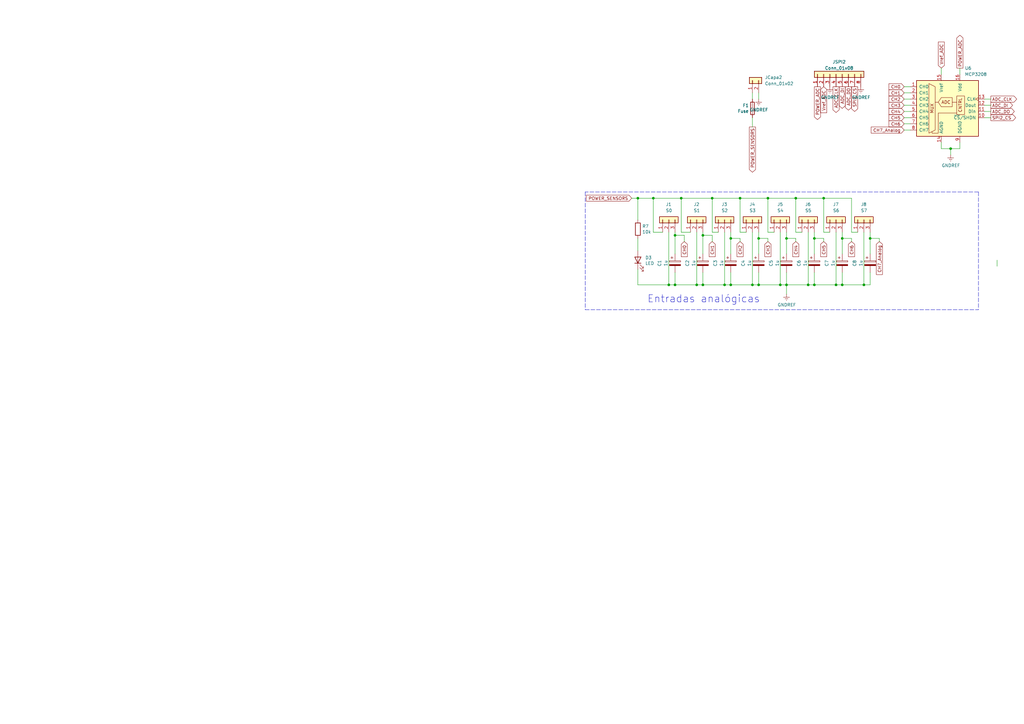
<source format=kicad_sch>
(kicad_sch (version 20211123) (generator eeschema)

  (uuid 699feae1-8cdd-4d2b-947f-f24849c73cdb)

  (paper "A3")

  (lib_symbols
    (symbol "Analog_ADC:MCP3208" (pin_names (offset 1.016)) (in_bom yes) (on_board yes)
      (property "Reference" "U" (id 0) (at -5.08 13.335 0)
        (effects (font (size 1.27 1.27)) (justify right))
      )
      (property "Value" "MCP3208" (id 1) (at -5.08 11.43 0)
        (effects (font (size 1.27 1.27)) (justify right))
      )
      (property "Footprint" "" (id 2) (at 2.54 2.54 0)
        (effects (font (size 1.27 1.27)) hide)
      )
      (property "Datasheet" "http://ww1.microchip.com/downloads/en/DeviceDoc/21298c.pdf" (id 3) (at 2.54 2.54 0)
        (effects (font (size 1.27 1.27)) hide)
      )
      (property "ki_keywords" "12bit ADC Reference Single Supply SPI 8ch" (id 4) (at 0 0 0)
        (effects (font (size 1.27 1.27)) hide)
      )
      (property "ki_description" "A/D Converter, 12-Bit, 8-Channel, SPI Interface , 2.7V-5.5V" (id 5) (at 0 0 0)
        (effects (font (size 1.27 1.27)) hide)
      )
      (property "ki_fp_filters" "DIP*W7.62mm* SOIC*3.9x9.9mm*P1.27mm*" (id 6) (at 0 0 0)
        (effects (font (size 1.27 1.27)) hide)
      )
      (symbol "MCP3208_0_0"
        (text "ADC" (at -0.635 1.27 0)
          (effects (font (size 1.27 1.27)))
        )
        (text "CNTRL" (at 5.969 -2.921 900)
          (effects (font (size 1.27 1.27)) (justify left bottom))
        )
        (text "MUX" (at -6.35 -1.27 900)
          (effects (font (size 1.27 1.27)))
        )
      )
      (symbol "MCP3208_0_1"
        (polyline
          (pts
            (xy -3.81 1.27)
            (xy -5.08 1.27)
          )
          (stroke (width 0) (type default) (color 0 0 0 0))
          (fill (type none))
        )
        (polyline
          (pts
            (xy 1.905 1.27)
            (xy 3.81 1.27)
          )
          (stroke (width 0) (type default) (color 0 0 0 0))
          (fill (type none))
        )
        (polyline
          (pts
            (xy -7.62 8.89)
            (xy -7.62 -11.43)
            (xy -5.08 -10.16)
            (xy -5.08 7.62)
            (xy -7.62 8.89)
          )
          (stroke (width 0) (type default) (color 0 0 0 0))
          (fill (type none))
        )
        (polyline
          (pts
            (xy 3.81 -3.175)
            (xy -3.81 -3.175)
            (xy -3.81 -11.43)
            (xy -6.35 -11.43)
            (xy -6.35 -10.795)
          )
          (stroke (width 0) (type default) (color 0 0 0 0))
          (fill (type none))
        )
        (polyline
          (pts
            (xy 1.905 3.175)
            (xy 1.905 -0.635)
            (xy -2.54 -0.635)
            (xy -3.81 1.27)
            (xy -2.54 3.175)
            (xy 1.905 3.175)
          )
          (stroke (width 0) (type default) (color 0 0 0 0))
          (fill (type none))
        )
        (rectangle (start 3.81 -3.81) (end 6.985 3.81)
          (stroke (width 0) (type default) (color 0 0 0 0))
          (fill (type none))
        )
        (rectangle (start 12.7 -12.7) (end -12.7 10.16)
          (stroke (width 0.254) (type default) (color 0 0 0 0))
          (fill (type background))
        )
      )
      (symbol "MCP3208_1_1"
        (pin input line (at -15.24 7.62 0) (length 2.54)
          (name "CH0" (effects (font (size 1.27 1.27))))
          (number "1" (effects (font (size 1.27 1.27))))
        )
        (pin input line (at 15.24 -5.08 180) (length 2.54)
          (name "~{CS}/SHDN" (effects (font (size 1.27 1.27))))
          (number "10" (effects (font (size 1.27 1.27))))
        )
        (pin input line (at 15.24 -2.54 180) (length 2.54)
          (name "Din" (effects (font (size 1.27 1.27))))
          (number "11" (effects (font (size 1.27 1.27))))
        )
        (pin output line (at 15.24 0 180) (length 2.54)
          (name "Dout" (effects (font (size 1.27 1.27))))
          (number "12" (effects (font (size 1.27 1.27))))
        )
        (pin input clock (at 15.24 2.54 180) (length 2.54)
          (name "CLK" (effects (font (size 1.27 1.27))))
          (number "13" (effects (font (size 1.27 1.27))))
        )
        (pin power_in line (at -2.54 -15.24 90) (length 2.54)
          (name "AGND" (effects (font (size 1.27 1.27))))
          (number "14" (effects (font (size 1.27 1.27))))
        )
        (pin power_in line (at -2.54 12.7 270) (length 2.54)
          (name "Vref" (effects (font (size 1.27 1.27))))
          (number "15" (effects (font (size 1.27 1.27))))
        )
        (pin power_in line (at 5.08 12.7 270) (length 2.54)
          (name "Vdd" (effects (font (size 1.27 1.27))))
          (number "16" (effects (font (size 1.27 1.27))))
        )
        (pin input line (at -15.24 5.08 0) (length 2.54)
          (name "CH1" (effects (font (size 1.27 1.27))))
          (number "2" (effects (font (size 1.27 1.27))))
        )
        (pin input line (at -15.24 2.54 0) (length 2.54)
          (name "CH2" (effects (font (size 1.27 1.27))))
          (number "3" (effects (font (size 1.27 1.27))))
        )
        (pin input line (at -15.24 0 0) (length 2.54)
          (name "CH3" (effects (font (size 1.27 1.27))))
          (number "4" (effects (font (size 1.27 1.27))))
        )
        (pin input line (at -15.24 -2.54 0) (length 2.54)
          (name "CH4" (effects (font (size 1.27 1.27))))
          (number "5" (effects (font (size 1.27 1.27))))
        )
        (pin input line (at -15.24 -5.08 0) (length 2.54)
          (name "CH5" (effects (font (size 1.27 1.27))))
          (number "6" (effects (font (size 1.27 1.27))))
        )
        (pin input line (at -15.24 -7.62 0) (length 2.54)
          (name "CH6" (effects (font (size 1.27 1.27))))
          (number "7" (effects (font (size 1.27 1.27))))
        )
        (pin input line (at -15.24 -10.16 0) (length 2.54)
          (name "CH7" (effects (font (size 1.27 1.27))))
          (number "8" (effects (font (size 1.27 1.27))))
        )
        (pin power_in line (at 5.08 -15.24 90) (length 2.54)
          (name "DGND" (effects (font (size 1.27 1.27))))
          (number "9" (effects (font (size 1.27 1.27))))
        )
      )
    )
    (symbol "Connector_Generic:Conn_01x02" (pin_names (offset 1.016) hide) (in_bom yes) (on_board yes)
      (property "Reference" "J" (id 0) (at 0 2.54 0)
        (effects (font (size 1.27 1.27)))
      )
      (property "Value" "Conn_01x02" (id 1) (at 0 -5.08 0)
        (effects (font (size 1.27 1.27)))
      )
      (property "Footprint" "" (id 2) (at 0 0 0)
        (effects (font (size 1.27 1.27)) hide)
      )
      (property "Datasheet" "~" (id 3) (at 0 0 0)
        (effects (font (size 1.27 1.27)) hide)
      )
      (property "ki_keywords" "connector" (id 4) (at 0 0 0)
        (effects (font (size 1.27 1.27)) hide)
      )
      (property "ki_description" "Generic connector, single row, 01x02, script generated (kicad-library-utils/schlib/autogen/connector/)" (id 5) (at 0 0 0)
        (effects (font (size 1.27 1.27)) hide)
      )
      (property "ki_fp_filters" "Connector*:*_1x??_*" (id 6) (at 0 0 0)
        (effects (font (size 1.27 1.27)) hide)
      )
      (symbol "Conn_01x02_1_1"
        (rectangle (start -1.27 -2.413) (end 0 -2.667)
          (stroke (width 0.1524) (type default) (color 0 0 0 0))
          (fill (type none))
        )
        (rectangle (start -1.27 0.127) (end 0 -0.127)
          (stroke (width 0.1524) (type default) (color 0 0 0 0))
          (fill (type none))
        )
        (rectangle (start -1.27 1.27) (end 1.27 -3.81)
          (stroke (width 0.254) (type default) (color 0 0 0 0))
          (fill (type background))
        )
        (pin passive line (at -5.08 0 0) (length 3.81)
          (name "Pin_1" (effects (font (size 1.27 1.27))))
          (number "1" (effects (font (size 1.27 1.27))))
        )
        (pin passive line (at -5.08 -2.54 0) (length 3.81)
          (name "Pin_2" (effects (font (size 1.27 1.27))))
          (number "2" (effects (font (size 1.27 1.27))))
        )
      )
    )
    (symbol "Connector_Generic:Conn_01x03" (pin_names (offset 1.016) hide) (in_bom yes) (on_board yes)
      (property "Reference" "J" (id 0) (at 0 5.08 0)
        (effects (font (size 1.27 1.27)))
      )
      (property "Value" "Conn_01x03" (id 1) (at 0 -5.08 0)
        (effects (font (size 1.27 1.27)))
      )
      (property "Footprint" "" (id 2) (at 0 0 0)
        (effects (font (size 1.27 1.27)) hide)
      )
      (property "Datasheet" "~" (id 3) (at 0 0 0)
        (effects (font (size 1.27 1.27)) hide)
      )
      (property "ki_keywords" "connector" (id 4) (at 0 0 0)
        (effects (font (size 1.27 1.27)) hide)
      )
      (property "ki_description" "Generic connector, single row, 01x03, script generated (kicad-library-utils/schlib/autogen/connector/)" (id 5) (at 0 0 0)
        (effects (font (size 1.27 1.27)) hide)
      )
      (property "ki_fp_filters" "Connector*:*_1x??_*" (id 6) (at 0 0 0)
        (effects (font (size 1.27 1.27)) hide)
      )
      (symbol "Conn_01x03_1_1"
        (rectangle (start -1.27 -2.413) (end 0 -2.667)
          (stroke (width 0.1524) (type default) (color 0 0 0 0))
          (fill (type none))
        )
        (rectangle (start -1.27 0.127) (end 0 -0.127)
          (stroke (width 0.1524) (type default) (color 0 0 0 0))
          (fill (type none))
        )
        (rectangle (start -1.27 2.667) (end 0 2.413)
          (stroke (width 0.1524) (type default) (color 0 0 0 0))
          (fill (type none))
        )
        (rectangle (start -1.27 3.81) (end 1.27 -3.81)
          (stroke (width 0.254) (type default) (color 0 0 0 0))
          (fill (type background))
        )
        (pin passive line (at -5.08 2.54 0) (length 3.81)
          (name "Pin_1" (effects (font (size 1.27 1.27))))
          (number "1" (effects (font (size 1.27 1.27))))
        )
        (pin passive line (at -5.08 0 0) (length 3.81)
          (name "Pin_2" (effects (font (size 1.27 1.27))))
          (number "2" (effects (font (size 1.27 1.27))))
        )
        (pin passive line (at -5.08 -2.54 0) (length 3.81)
          (name "Pin_3" (effects (font (size 1.27 1.27))))
          (number "3" (effects (font (size 1.27 1.27))))
        )
      )
    )
    (symbol "Connector_Generic:Conn_01x08" (pin_names (offset 1.016) hide) (in_bom yes) (on_board yes)
      (property "Reference" "J" (id 0) (at 0 10.16 0)
        (effects (font (size 1.27 1.27)))
      )
      (property "Value" "Conn_01x08" (id 1) (at 0 -12.7 0)
        (effects (font (size 1.27 1.27)))
      )
      (property "Footprint" "" (id 2) (at 0 0 0)
        (effects (font (size 1.27 1.27)) hide)
      )
      (property "Datasheet" "~" (id 3) (at 0 0 0)
        (effects (font (size 1.27 1.27)) hide)
      )
      (property "ki_keywords" "connector" (id 4) (at 0 0 0)
        (effects (font (size 1.27 1.27)) hide)
      )
      (property "ki_description" "Generic connector, single row, 01x08, script generated (kicad-library-utils/schlib/autogen/connector/)" (id 5) (at 0 0 0)
        (effects (font (size 1.27 1.27)) hide)
      )
      (property "ki_fp_filters" "Connector*:*_1x??_*" (id 6) (at 0 0 0)
        (effects (font (size 1.27 1.27)) hide)
      )
      (symbol "Conn_01x08_1_1"
        (rectangle (start -1.27 -10.033) (end 0 -10.287)
          (stroke (width 0.1524) (type default) (color 0 0 0 0))
          (fill (type none))
        )
        (rectangle (start -1.27 -7.493) (end 0 -7.747)
          (stroke (width 0.1524) (type default) (color 0 0 0 0))
          (fill (type none))
        )
        (rectangle (start -1.27 -4.953) (end 0 -5.207)
          (stroke (width 0.1524) (type default) (color 0 0 0 0))
          (fill (type none))
        )
        (rectangle (start -1.27 -2.413) (end 0 -2.667)
          (stroke (width 0.1524) (type default) (color 0 0 0 0))
          (fill (type none))
        )
        (rectangle (start -1.27 0.127) (end 0 -0.127)
          (stroke (width 0.1524) (type default) (color 0 0 0 0))
          (fill (type none))
        )
        (rectangle (start -1.27 2.667) (end 0 2.413)
          (stroke (width 0.1524) (type default) (color 0 0 0 0))
          (fill (type none))
        )
        (rectangle (start -1.27 5.207) (end 0 4.953)
          (stroke (width 0.1524) (type default) (color 0 0 0 0))
          (fill (type none))
        )
        (rectangle (start -1.27 7.747) (end 0 7.493)
          (stroke (width 0.1524) (type default) (color 0 0 0 0))
          (fill (type none))
        )
        (rectangle (start -1.27 8.89) (end 1.27 -11.43)
          (stroke (width 0.254) (type default) (color 0 0 0 0))
          (fill (type background))
        )
        (pin passive line (at -5.08 7.62 0) (length 3.81)
          (name "Pin_1" (effects (font (size 1.27 1.27))))
          (number "1" (effects (font (size 1.27 1.27))))
        )
        (pin passive line (at -5.08 5.08 0) (length 3.81)
          (name "Pin_2" (effects (font (size 1.27 1.27))))
          (number "2" (effects (font (size 1.27 1.27))))
        )
        (pin passive line (at -5.08 2.54 0) (length 3.81)
          (name "Pin_3" (effects (font (size 1.27 1.27))))
          (number "3" (effects (font (size 1.27 1.27))))
        )
        (pin passive line (at -5.08 0 0) (length 3.81)
          (name "Pin_4" (effects (font (size 1.27 1.27))))
          (number "4" (effects (font (size 1.27 1.27))))
        )
        (pin passive line (at -5.08 -2.54 0) (length 3.81)
          (name "Pin_5" (effects (font (size 1.27 1.27))))
          (number "5" (effects (font (size 1.27 1.27))))
        )
        (pin passive line (at -5.08 -5.08 0) (length 3.81)
          (name "Pin_6" (effects (font (size 1.27 1.27))))
          (number "6" (effects (font (size 1.27 1.27))))
        )
        (pin passive line (at -5.08 -7.62 0) (length 3.81)
          (name "Pin_7" (effects (font (size 1.27 1.27))))
          (number "7" (effects (font (size 1.27 1.27))))
        )
        (pin passive line (at -5.08 -10.16 0) (length 3.81)
          (name "Pin_8" (effects (font (size 1.27 1.27))))
          (number "8" (effects (font (size 1.27 1.27))))
        )
      )
    )
    (symbol "Device:CP" (pin_numbers hide) (pin_names (offset 0.254)) (in_bom yes) (on_board yes)
      (property "Reference" "C" (id 0) (at 0.635 2.54 0)
        (effects (font (size 1.27 1.27)) (justify left))
      )
      (property "Value" "Device_CP" (id 1) (at 0.635 -2.54 0)
        (effects (font (size 1.27 1.27)) (justify left))
      )
      (property "Footprint" "" (id 2) (at 0.9652 -3.81 0)
        (effects (font (size 1.27 1.27)) hide)
      )
      (property "Datasheet" "" (id 3) (at 0 0 0)
        (effects (font (size 1.27 1.27)) hide)
      )
      (property "ki_fp_filters" "CP_*" (id 4) (at 0 0 0)
        (effects (font (size 1.27 1.27)) hide)
      )
      (symbol "CP_0_1"
        (rectangle (start -2.286 0.508) (end 2.286 1.016)
          (stroke (width 0) (type default) (color 0 0 0 0))
          (fill (type none))
        )
        (polyline
          (pts
            (xy -1.778 2.286)
            (xy -0.762 2.286)
          )
          (stroke (width 0) (type default) (color 0 0 0 0))
          (fill (type none))
        )
        (polyline
          (pts
            (xy -1.27 2.794)
            (xy -1.27 1.778)
          )
          (stroke (width 0) (type default) (color 0 0 0 0))
          (fill (type none))
        )
        (rectangle (start 2.286 -0.508) (end -2.286 -1.016)
          (stroke (width 0) (type default) (color 0 0 0 0))
          (fill (type outline))
        )
      )
      (symbol "CP_1_1"
        (pin passive line (at 0 3.81 270) (length 2.794)
          (name "~" (effects (font (size 1.27 1.27))))
          (number "1" (effects (font (size 1.27 1.27))))
        )
        (pin passive line (at 0 -3.81 90) (length 2.794)
          (name "~" (effects (font (size 1.27 1.27))))
          (number "2" (effects (font (size 1.27 1.27))))
        )
      )
    )
    (symbol "Device:Fuse" (pin_numbers hide) (pin_names (offset 0)) (in_bom yes) (on_board yes)
      (property "Reference" "F" (id 0) (at 2.032 0 90)
        (effects (font (size 1.27 1.27)))
      )
      (property "Value" "Fuse" (id 1) (at -1.905 0 90)
        (effects (font (size 1.27 1.27)))
      )
      (property "Footprint" "" (id 2) (at -1.778 0 90)
        (effects (font (size 1.27 1.27)) hide)
      )
      (property "Datasheet" "~" (id 3) (at 0 0 0)
        (effects (font (size 1.27 1.27)) hide)
      )
      (property "ki_keywords" "fuse" (id 4) (at 0 0 0)
        (effects (font (size 1.27 1.27)) hide)
      )
      (property "ki_description" "Fuse" (id 5) (at 0 0 0)
        (effects (font (size 1.27 1.27)) hide)
      )
      (property "ki_fp_filters" "*Fuse*" (id 6) (at 0 0 0)
        (effects (font (size 1.27 1.27)) hide)
      )
      (symbol "Fuse_0_1"
        (rectangle (start -0.762 -2.54) (end 0.762 2.54)
          (stroke (width 0.254) (type default) (color 0 0 0 0))
          (fill (type none))
        )
        (polyline
          (pts
            (xy 0 2.54)
            (xy 0 -2.54)
          )
          (stroke (width 0) (type default) (color 0 0 0 0))
          (fill (type none))
        )
      )
      (symbol "Fuse_1_1"
        (pin passive line (at 0 3.81 270) (length 1.27)
          (name "~" (effects (font (size 1.27 1.27))))
          (number "1" (effects (font (size 1.27 1.27))))
        )
        (pin passive line (at 0 -3.81 90) (length 1.27)
          (name "~" (effects (font (size 1.27 1.27))))
          (number "2" (effects (font (size 1.27 1.27))))
        )
      )
    )
    (symbol "Device:LED" (pin_numbers hide) (pin_names (offset 1.016) hide) (in_bom yes) (on_board yes)
      (property "Reference" "D" (id 0) (at 0 2.54 0)
        (effects (font (size 1.27 1.27)))
      )
      (property "Value" "LED" (id 1) (at 0 -2.54 0)
        (effects (font (size 1.27 1.27)))
      )
      (property "Footprint" "" (id 2) (at 0 0 0)
        (effects (font (size 1.27 1.27)) hide)
      )
      (property "Datasheet" "~" (id 3) (at 0 0 0)
        (effects (font (size 1.27 1.27)) hide)
      )
      (property "ki_keywords" "LED diode" (id 4) (at 0 0 0)
        (effects (font (size 1.27 1.27)) hide)
      )
      (property "ki_description" "Light emitting diode" (id 5) (at 0 0 0)
        (effects (font (size 1.27 1.27)) hide)
      )
      (property "ki_fp_filters" "LED* LED_SMD:* LED_THT:*" (id 6) (at 0 0 0)
        (effects (font (size 1.27 1.27)) hide)
      )
      (symbol "LED_0_1"
        (polyline
          (pts
            (xy -1.27 -1.27)
            (xy -1.27 1.27)
          )
          (stroke (width 0.254) (type default) (color 0 0 0 0))
          (fill (type none))
        )
        (polyline
          (pts
            (xy -1.27 0)
            (xy 1.27 0)
          )
          (stroke (width 0) (type default) (color 0 0 0 0))
          (fill (type none))
        )
        (polyline
          (pts
            (xy 1.27 -1.27)
            (xy 1.27 1.27)
            (xy -1.27 0)
            (xy 1.27 -1.27)
          )
          (stroke (width 0.254) (type default) (color 0 0 0 0))
          (fill (type none))
        )
        (polyline
          (pts
            (xy -3.048 -0.762)
            (xy -4.572 -2.286)
            (xy -3.81 -2.286)
            (xy -4.572 -2.286)
            (xy -4.572 -1.524)
          )
          (stroke (width 0) (type default) (color 0 0 0 0))
          (fill (type none))
        )
        (polyline
          (pts
            (xy -1.778 -0.762)
            (xy -3.302 -2.286)
            (xy -2.54 -2.286)
            (xy -3.302 -2.286)
            (xy -3.302 -1.524)
          )
          (stroke (width 0) (type default) (color 0 0 0 0))
          (fill (type none))
        )
      )
      (symbol "LED_1_1"
        (pin passive line (at -3.81 0 0) (length 2.54)
          (name "K" (effects (font (size 1.27 1.27))))
          (number "1" (effects (font (size 1.27 1.27))))
        )
        (pin passive line (at 3.81 0 180) (length 2.54)
          (name "A" (effects (font (size 1.27 1.27))))
          (number "2" (effects (font (size 1.27 1.27))))
        )
      )
    )
    (symbol "Device:R" (pin_numbers hide) (pin_names (offset 0)) (in_bom yes) (on_board yes)
      (property "Reference" "R" (id 0) (at 2.032 0 90)
        (effects (font (size 1.27 1.27)))
      )
      (property "Value" "R" (id 1) (at 0 0 90)
        (effects (font (size 1.27 1.27)))
      )
      (property "Footprint" "" (id 2) (at -1.778 0 90)
        (effects (font (size 1.27 1.27)) hide)
      )
      (property "Datasheet" "~" (id 3) (at 0 0 0)
        (effects (font (size 1.27 1.27)) hide)
      )
      (property "ki_keywords" "R res resistor" (id 4) (at 0 0 0)
        (effects (font (size 1.27 1.27)) hide)
      )
      (property "ki_description" "Resistor" (id 5) (at 0 0 0)
        (effects (font (size 1.27 1.27)) hide)
      )
      (property "ki_fp_filters" "R_*" (id 6) (at 0 0 0)
        (effects (font (size 1.27 1.27)) hide)
      )
      (symbol "R_0_1"
        (rectangle (start -1.016 -2.54) (end 1.016 2.54)
          (stroke (width 0.254) (type default) (color 0 0 0 0))
          (fill (type none))
        )
      )
      (symbol "R_1_1"
        (pin passive line (at 0 3.81 270) (length 1.27)
          (name "~" (effects (font (size 1.27 1.27))))
          (number "1" (effects (font (size 1.27 1.27))))
        )
        (pin passive line (at 0 -3.81 90) (length 1.27)
          (name "~" (effects (font (size 1.27 1.27))))
          (number "2" (effects (font (size 1.27 1.27))))
        )
      )
    )
    (symbol "power:GNDREF" (power) (pin_names (offset 0)) (in_bom yes) (on_board yes)
      (property "Reference" "#PWR" (id 0) (at 0 -6.35 0)
        (effects (font (size 1.27 1.27)) hide)
      )
      (property "Value" "GNDREF" (id 1) (at 0 -3.81 0)
        (effects (font (size 1.27 1.27)))
      )
      (property "Footprint" "" (id 2) (at 0 0 0)
        (effects (font (size 1.27 1.27)) hide)
      )
      (property "Datasheet" "" (id 3) (at 0 0 0)
        (effects (font (size 1.27 1.27)) hide)
      )
      (property "ki_keywords" "power-flag" (id 4) (at 0 0 0)
        (effects (font (size 1.27 1.27)) hide)
      )
      (property "ki_description" "Power symbol creates a global label with name \"GNDREF\" , reference supply ground" (id 5) (at 0 0 0)
        (effects (font (size 1.27 1.27)) hide)
      )
      (symbol "GNDREF_0_1"
        (polyline
          (pts
            (xy -0.635 -1.905)
            (xy 0.635 -1.905)
          )
          (stroke (width 0) (type default) (color 0 0 0 0))
          (fill (type none))
        )
        (polyline
          (pts
            (xy -0.127 -2.54)
            (xy 0.127 -2.54)
          )
          (stroke (width 0) (type default) (color 0 0 0 0))
          (fill (type none))
        )
        (polyline
          (pts
            (xy 0 -1.27)
            (xy 0 0)
          )
          (stroke (width 0) (type default) (color 0 0 0 0))
          (fill (type none))
        )
        (polyline
          (pts
            (xy 1.27 -1.27)
            (xy -1.27 -1.27)
          )
          (stroke (width 0) (type default) (color 0 0 0 0))
          (fill (type none))
        )
      )
      (symbol "GNDREF_1_1"
        (pin power_in line (at 0 0 270) (length 0) hide
          (name "GNDREF" (effects (font (size 1.27 1.27))))
          (number "1" (effects (font (size 1.27 1.27))))
        )
      )
    )
  )

  (junction (at 288.29 116.84) (diameter 0) (color 0 0 0 0)
    (uuid 0cbeb329-a88d-4a47-a5c2-a1d693de2f8c)
  )
  (junction (at 276.86 116.84) (diameter 0) (color 0 0 0 0)
    (uuid 0e249018-17e7-42b3-ae5d-5ebf3ae299ae)
  )
  (junction (at 276.86 96.52) (diameter 0) (color 0 0 0 0)
    (uuid 1ab71a3c-340b-469a-ada5-4f87f0b7b2fa)
  )
  (junction (at 334.01 97.79) (diameter 0) (color 0 0 0 0)
    (uuid 2165c9a4-eb84-4cb6-a870-2fdc39d2511b)
  )
  (junction (at 267.97 81.28) (diameter 0) (color 0 0 0 0)
    (uuid 319639ae-c2c5-486d-93b1-d03bb1b64252)
  )
  (junction (at 342.9 116.84) (diameter 0) (color 0 0 0 0)
    (uuid 34c0bee6-7425-4435-8857-d1fe8dfb6d89)
  )
  (junction (at 331.47 116.84) (diameter 0) (color 0 0 0 0)
    (uuid 3e57b728-64e6-4470-8f27-a43c0dd85050)
  )
  (junction (at 297.18 116.84) (diameter 0) (color 0 0 0 0)
    (uuid 443bc73a-8dc0-4e2f-a292-a5eff00efa5b)
  )
  (junction (at 389.89 60.96) (diameter 0) (color 0 0 0 0)
    (uuid 4d3377fe-6280-41cc-b961-ef5b772264df)
  )
  (junction (at 288.29 96.52) (diameter 0) (color 0 0 0 0)
    (uuid 52a8f1be-73ca-41a8-bc24-2320706b0ec1)
  )
  (junction (at 274.32 116.84) (diameter 0) (color 0 0 0 0)
    (uuid 58cc7831-f944-4d33-8c61-2fd5bebc61e0)
  )
  (junction (at 322.58 116.84) (diameter 0) (color 0 0 0 0)
    (uuid 5f31b97b-d794-46d6-bbd9-7a5638bcf704)
  )
  (junction (at 311.15 116.84) (diameter 0) (color 0 0 0 0)
    (uuid 637f12be-fa48-4ce4-96b2-04c21a8795c8)
  )
  (junction (at 299.72 97.79) (diameter 0) (color 0 0 0 0)
    (uuid 6d0c9e39-9878-44c8-8283-9a59e45006fa)
  )
  (junction (at 303.53 81.28) (diameter 0) (color 0 0 0 0)
    (uuid 7744b6ee-910d-401d-b730-65c35d3d8092)
  )
  (junction (at 279.4 81.28) (diameter 0) (color 0 0 0 0)
    (uuid 7c00778a-4692-4f9b-87d5-2d355077ce1e)
  )
  (junction (at 337.82 81.28) (diameter 0) (color 0 0 0 0)
    (uuid 7f2b3ce3-2f20-426d-b769-e0329b6a8111)
  )
  (junction (at 261.62 81.28) (diameter 0) (color 0 0 0 0)
    (uuid 87ba184f-bff5-4989-8217-6af375cc3dd8)
  )
  (junction (at 311.15 97.79) (diameter 0) (color 0 0 0 0)
    (uuid 8b7bbefd-8f78-41f8-809c-2534a5de3b39)
  )
  (junction (at 322.58 97.79) (diameter 0) (color 0 0 0 0)
    (uuid 8bdea5f6-7a53-427a-92b8-fd15994c2e8c)
  )
  (junction (at 354.33 116.84) (diameter 0) (color 0 0 0 0)
    (uuid 8cb2cd3a-4ef9-4ae5-b6bc-2b1d16f657d6)
  )
  (junction (at 326.39 81.28) (diameter 0) (color 0 0 0 0)
    (uuid 98861672-254d-432b-8e5a-10d885a5ffdc)
  )
  (junction (at 308.61 116.84) (diameter 0) (color 0 0 0 0)
    (uuid b854a395-bfc6-4140-9640-75d4f9296771)
  )
  (junction (at 345.44 97.79) (diameter 0) (color 0 0 0 0)
    (uuid c210293b-1d7a-4e96-92e9-058784106727)
  )
  (junction (at 356.87 97.79) (diameter 0) (color 0 0 0 0)
    (uuid c8ab8246-b2bb-4b06-b45e-2548482466fd)
  )
  (junction (at 314.96 81.28) (diameter 0) (color 0 0 0 0)
    (uuid cbebc05a-c4dd-4baf-8c08-196e84e08b27)
  )
  (junction (at 285.75 116.84) (diameter 0) (color 0 0 0 0)
    (uuid cd5e758d-cb66-484a-ae8b-21f53ceee49e)
  )
  (junction (at 299.72 116.84) (diameter 0) (color 0 0 0 0)
    (uuid dda1e6ca-91ec-4136-b90b-3c54d79454b9)
  )
  (junction (at 334.01 116.84) (diameter 0) (color 0 0 0 0)
    (uuid e0830067-5b66-4ce1-b2d1-aaa8af20baf7)
  )
  (junction (at 292.1 81.28) (diameter 0) (color 0 0 0 0)
    (uuid f2480d0c-9b08-4037-9175-b2369af04d4c)
  )
  (junction (at 320.04 116.84) (diameter 0) (color 0 0 0 0)
    (uuid fa00d3f4-bb71-4b1d-aa40-ae9267e2c41f)
  )
  (junction (at 345.44 116.84) (diameter 0) (color 0 0 0 0)
    (uuid fc2e9f96-3bed-4896-b995-f56e799f1c77)
  )

  (no_connect (at 231.14 330.2) (uuid f7070c76-b83b-43a9-a243-491723819616))

  (wire (pts (xy 303.53 95.25) (xy 303.53 81.28))
    (stroke (width 0) (type default) (color 0 0 0 0))
    (uuid 014d13cd-26ad-4d0e-86ad-a43b541cab14)
  )
  (wire (pts (xy 285.75 116.84) (xy 276.86 116.84))
    (stroke (width 0) (type default) (color 0 0 0 0))
    (uuid 01f82238-6335-48fe-8b0a-6853e227345a)
  )
  (wire (pts (xy 308.61 95.25) (xy 308.61 116.84))
    (stroke (width 0) (type default) (color 0 0 0 0))
    (uuid 022502e0-e724-4b75-bc35-3c5984dbeb76)
  )
  (wire (pts (xy 276.86 111.76) (xy 276.86 116.84))
    (stroke (width 0) (type default) (color 0 0 0 0))
    (uuid 0554bea0-89b2-4e25-9ea3-4c73921c94cb)
  )
  (wire (pts (xy 389.89 60.96) (xy 389.89 63.5))
    (stroke (width 0) (type default) (color 0 0 0 0))
    (uuid 06efdf3c-92c3-4c88-9ae1-4c75db9e687b)
  )
  (wire (pts (xy 386.08 58.42) (xy 386.08 60.96))
    (stroke (width 0) (type default) (color 0 0 0 0))
    (uuid 08e5664d-d8cd-4392-8e47-8045501bd7cb)
  )
  (wire (pts (xy 349.25 95.25) (xy 349.25 81.28))
    (stroke (width 0) (type default) (color 0 0 0 0))
    (uuid 0cc9bf07-55b9-458f-b8aa-41b2f51fa940)
  )
  (wire (pts (xy 356.87 111.76) (xy 356.87 116.84))
    (stroke (width 0) (type default) (color 0 0 0 0))
    (uuid 13ac70df-e9b9-44e5-96e6-20f0b0dc6a3a)
  )
  (wire (pts (xy 283.21 95.25) (xy 279.4 95.25))
    (stroke (width 0) (type default) (color 0 0 0 0))
    (uuid 13bbfffc-affb-4b43-9eb1-f2ed90a8a919)
  )
  (wire (pts (xy 314.96 95.25) (xy 314.96 81.28))
    (stroke (width 0) (type default) (color 0 0 0 0))
    (uuid 14094ad2-b562-4efa-8c6f-51d7a3134345)
  )
  (wire (pts (xy 303.53 81.28) (xy 314.96 81.28))
    (stroke (width 0) (type default) (color 0 0 0 0))
    (uuid 1427bb3f-0689-4b41-a816-cd79a5202fd0)
  )
  (wire (pts (xy 370.84 43.18) (xy 373.38 43.18))
    (stroke (width 0) (type default) (color 0 0 0 0))
    (uuid 16a3eab8-e1f3-4f36-b250-30c3d4f5d56d)
  )
  (wire (pts (xy 311.15 40.64) (xy 311.15 38.1))
    (stroke (width 0) (type default) (color 0 0 0 0))
    (uuid 1a7fc695-3a37-448c-9825-15fc0299dd48)
  )
  (wire (pts (xy 322.58 97.79) (xy 322.58 104.14))
    (stroke (width 0) (type default) (color 0 0 0 0))
    (uuid 1cb22080-0f59-4c18-a6e6-8685ef44ec53)
  )
  (wire (pts (xy 334.01 95.25) (xy 334.01 97.79))
    (stroke (width 0) (type default) (color 0 0 0 0))
    (uuid 235067e2-1686-40fe-a9a0-61704311b2b1)
  )
  (wire (pts (xy 354.33 95.25) (xy 354.33 116.84))
    (stroke (width 0) (type default) (color 0 0 0 0))
    (uuid 278a91dc-d57d-4a5c-a045-34b6bd84131f)
  )
  (wire (pts (xy 299.72 111.76) (xy 299.72 116.84))
    (stroke (width 0) (type default) (color 0 0 0 0))
    (uuid 29126f72-63f7-4275-8b12-6b96a71c6f17)
  )
  (wire (pts (xy 261.62 97.79) (xy 261.62 102.87))
    (stroke (width 0) (type default) (color 0 0 0 0))
    (uuid 291935ec-f8ff-41f0-8717-e68b8af7b8c1)
  )
  (wire (pts (xy 340.36 95.25) (xy 337.82 95.25))
    (stroke (width 0) (type default) (color 0 0 0 0))
    (uuid 2de1ffee-2174-41d2-8969-68b8d21e5a7d)
  )
  (wire (pts (xy 311.15 111.76) (xy 311.15 116.84))
    (stroke (width 0) (type default) (color 0 0 0 0))
    (uuid 2ea8fa6f-efc3-40fe-bcf9-05bfa46ead4f)
  )
  (wire (pts (xy 328.93 95.25) (xy 326.39 95.25))
    (stroke (width 0) (type default) (color 0 0 0 0))
    (uuid 31f91ec8-56e4-4e08-9ccd-012652772211)
  )
  (wire (pts (xy 393.7 60.96) (xy 389.89 60.96))
    (stroke (width 0) (type default) (color 0 0 0 0))
    (uuid 34972d4b-bdcc-4465-b98d-d9abe266d838)
  )
  (wire (pts (xy 351.79 95.25) (xy 349.25 95.25))
    (stroke (width 0) (type default) (color 0 0 0 0))
    (uuid 363945f6-fbef-42be-99cf-4a8a48434d92)
  )
  (wire (pts (xy 356.87 116.84) (xy 354.33 116.84))
    (stroke (width 0) (type default) (color 0 0 0 0))
    (uuid 386ad9e3-71fa-420f-8722-88548b024fc5)
  )
  (wire (pts (xy 267.97 95.25) (xy 267.97 81.28))
    (stroke (width 0) (type default) (color 0 0 0 0))
    (uuid 3a70978e-dcc2-4620-a99c-514362812927)
  )
  (wire (pts (xy 334.01 116.84) (xy 331.47 116.84))
    (stroke (width 0) (type default) (color 0 0 0 0))
    (uuid 3c9169cc-3a77-4ae0-8afc-cbfc472a28c5)
  )
  (polyline (pts (xy 401.32 78.74) (xy 401.32 127))
    (stroke (width 0) (type default) (color 0 0 0 0))
    (uuid 42b75d21-bfed-41e3-8111-94517d3bc5b3)
  )

  (wire (pts (xy 334.01 111.76) (xy 334.01 116.84))
    (stroke (width 0) (type default) (color 0 0 0 0))
    (uuid 4641c87c-bffa-41fe-ae77-be3a97a6f797)
  )
  (wire (pts (xy 370.84 40.64) (xy 373.38 40.64))
    (stroke (width 0) (type default) (color 0 0 0 0))
    (uuid 48f5b593-93a2-4f86-9783-13d88c3fc3f4)
  )
  (wire (pts (xy 370.84 45.72) (xy 373.38 45.72))
    (stroke (width 0) (type default) (color 0 0 0 0))
    (uuid 490583df-2e0d-450b-99d1-d8a5f2e01e08)
  )
  (wire (pts (xy 403.86 48.26) (xy 406.4 48.26))
    (stroke (width 0) (type default) (color 0 0 0 0))
    (uuid 498dc10c-88bf-4e60-b1ec-d5be8c0b3d35)
  )
  (wire (pts (xy 261.62 90.17) (xy 261.62 81.28))
    (stroke (width 0) (type default) (color 0 0 0 0))
    (uuid 49a65079-57a9-46fc-8711-1d7f2cab8dbf)
  )
  (wire (pts (xy 322.58 120.65) (xy 322.58 116.84))
    (stroke (width 0) (type default) (color 0 0 0 0))
    (uuid 49fec31e-3712-4229-8142-b191d90a97d0)
  )
  (wire (pts (xy 331.47 95.25) (xy 331.47 116.84))
    (stroke (width 0) (type default) (color 0 0 0 0))
    (uuid 4cc0e615-05a0-4f42-a208-4011ba8ef841)
  )
  (wire (pts (xy 317.5 95.25) (xy 314.96 95.25))
    (stroke (width 0) (type default) (color 0 0 0 0))
    (uuid 590fefcc-03e7-45d6-b6c9-e51a7c3c36c4)
  )
  (wire (pts (xy 322.58 95.25) (xy 322.58 97.79))
    (stroke (width 0) (type default) (color 0 0 0 0))
    (uuid 59cb2966-1e9c-4b3b-b3c8-7499378d8dde)
  )
  (wire (pts (xy 360.68 97.79) (xy 356.87 97.79))
    (stroke (width 0) (type default) (color 0 0 0 0))
    (uuid 5d49e9a6-41dd-4072-adde-ef1036c1979b)
  )
  (wire (pts (xy 331.47 116.84) (xy 322.58 116.84))
    (stroke (width 0) (type default) (color 0 0 0 0))
    (uuid 5e7c3a32-8dda-4e6a-9838-c94d1f165575)
  )
  (wire (pts (xy 322.58 116.84) (xy 320.04 116.84))
    (stroke (width 0) (type default) (color 0 0 0 0))
    (uuid 5ff19d63-2cb4-438b-93c4-e66d37a05329)
  )
  (wire (pts (xy 326.39 99.06) (xy 326.39 97.79))
    (stroke (width 0) (type default) (color 0 0 0 0))
    (uuid 616287d9-a51f-498c-8b91-be46a0aa3a7f)
  )
  (wire (pts (xy 271.78 95.25) (xy 267.97 95.25))
    (stroke (width 0) (type default) (color 0 0 0 0))
    (uuid 62a1f3d4-027d-4ecf-a37a-6fcf4263e9d2)
  )
  (wire (pts (xy 342.9 116.84) (xy 345.44 116.84))
    (stroke (width 0) (type default) (color 0 0 0 0))
    (uuid 631c7be5-8dc2-4df4-ab73-737bb928e763)
  )
  (wire (pts (xy 308.61 116.84) (xy 299.72 116.84))
    (stroke (width 0) (type default) (color 0 0 0 0))
    (uuid 633292d3-80c5-4986-be82-ce926e9f09f4)
  )
  (wire (pts (xy 276.86 116.84) (xy 274.32 116.84))
    (stroke (width 0) (type default) (color 0 0 0 0))
    (uuid 63489ebf-0f52-43a6-a0ab-158b1a7d4988)
  )
  (wire (pts (xy 393.7 30.48) (xy 393.7 27.94))
    (stroke (width 0) (type default) (color 0 0 0 0))
    (uuid 642e94f9-6102-4e7b-ae0a-c09487c3d1c7)
  )
  (wire (pts (xy 403.86 40.64) (xy 406.4 40.64))
    (stroke (width 0) (type default) (color 0 0 0 0))
    (uuid 68087eb0-d832-4195-b108-53ca29a17324)
  )
  (wire (pts (xy 261.62 81.28) (xy 267.97 81.28))
    (stroke (width 0) (type default) (color 0 0 0 0))
    (uuid 6ae963fb-e34f-4e11-9adf-78839a5b2ef1)
  )
  (wire (pts (xy 342.9 116.84) (xy 334.01 116.84))
    (stroke (width 0) (type default) (color 0 0 0 0))
    (uuid 6cb535a7-247d-4f99-997d-c21b160eadfa)
  )
  (wire (pts (xy 345.44 95.25) (xy 345.44 97.79))
    (stroke (width 0) (type default) (color 0 0 0 0))
    (uuid 6cb93665-0bcd-4104-8633-fffd1811eee0)
  )
  (wire (pts (xy 370.84 38.1) (xy 373.38 38.1))
    (stroke (width 0) (type default) (color 0 0 0 0))
    (uuid 6d29a4aa-4bc9-4313-b82e-b9cf20fc143e)
  )
  (wire (pts (xy 389.89 60.96) (xy 386.08 60.96))
    (stroke (width 0) (type default) (color 0 0 0 0))
    (uuid 6eee57b4-e370-42fc-af55-4d4f93bb719c)
  )
  (wire (pts (xy 314.96 81.28) (xy 326.39 81.28))
    (stroke (width 0) (type default) (color 0 0 0 0))
    (uuid 701e1517-e8cf-46f4-b538-98e721c97380)
  )
  (wire (pts (xy 308.61 48.26) (xy 308.61 52.07))
    (stroke (width 0) (type default) (color 0 0 0 0))
    (uuid 706c1cb9-5d96-4282-9efc-6147f0125147)
  )
  (wire (pts (xy 279.4 95.25) (xy 279.4 81.28))
    (stroke (width 0) (type default) (color 0 0 0 0))
    (uuid 71f8d568-0f23-4ff2-8e60-1600ce517a48)
  )
  (wire (pts (xy 345.44 116.84) (xy 354.33 116.84))
    (stroke (width 0) (type default) (color 0 0 0 0))
    (uuid 751d823e-1d7b-4501-9658-d06d459b0e16)
  )
  (wire (pts (xy 337.82 97.79) (xy 334.01 97.79))
    (stroke (width 0) (type default) (color 0 0 0 0))
    (uuid 75b944f9-bf25-4dc7-8104-e9f80b4f359b)
  )
  (wire (pts (xy 311.15 97.79) (xy 311.15 104.14))
    (stroke (width 0) (type default) (color 0 0 0 0))
    (uuid 78f9c3d3-3556-46f6-9744-05ad54b330f0)
  )
  (wire (pts (xy 299.72 104.14) (xy 299.72 97.79))
    (stroke (width 0) (type default) (color 0 0 0 0))
    (uuid 7c2008c8-0626-4a09-a873-065e83502a0e)
  )
  (wire (pts (xy 303.53 97.79) (xy 299.72 97.79))
    (stroke (width 0) (type default) (color 0 0 0 0))
    (uuid 7c411b3e-aca2-424f-b644-2d21c9d80fa7)
  )
  (wire (pts (xy 349.25 97.79) (xy 345.44 97.79))
    (stroke (width 0) (type default) (color 0 0 0 0))
    (uuid 7c5f3091-7791-43b3-8d50-43f6a72274c9)
  )
  (wire (pts (xy 288.29 104.14) (xy 288.29 96.52))
    (stroke (width 0) (type default) (color 0 0 0 0))
    (uuid 7db990e4-92e1-4f99-b4d2-435bbec1ba83)
  )
  (wire (pts (xy 292.1 95.25) (xy 292.1 81.28))
    (stroke (width 0) (type default) (color 0 0 0 0))
    (uuid 810ed4ff-ffe2-4032-9af6-fb5ada3bae5b)
  )
  (wire (pts (xy 311.15 95.25) (xy 311.15 97.79))
    (stroke (width 0) (type default) (color 0 0 0 0))
    (uuid 83021f70-e61e-4ad3-bae7-b9f02b28be4f)
  )
  (wire (pts (xy 334.01 97.79) (xy 334.01 104.14))
    (stroke (width 0) (type default) (color 0 0 0 0))
    (uuid 84d4e166-b429-409a-ab37-c6a10fd82ff5)
  )
  (wire (pts (xy 360.68 99.06) (xy 360.68 97.79))
    (stroke (width 0) (type default) (color 0 0 0 0))
    (uuid 87a1984f-543d-4f2e-ad8a-7a3a24ee6047)
  )
  (wire (pts (xy 274.32 95.25) (xy 274.32 116.84))
    (stroke (width 0) (type default) (color 0 0 0 0))
    (uuid 88606262-3ac5-44a1-aacc-18b26cf4d396)
  )
  (wire (pts (xy 314.96 97.79) (xy 311.15 97.79))
    (stroke (width 0) (type default) (color 0 0 0 0))
    (uuid 89c9afdc-c346-4300-a392-5f9dd8c1e5bd)
  )
  (wire (pts (xy 337.82 81.28) (xy 349.25 81.28))
    (stroke (width 0) (type default) (color 0 0 0 0))
    (uuid 8ac400bf-c9b3-4af4-b0a7-9aa9ab4ad17e)
  )
  (wire (pts (xy 285.75 95.25) (xy 285.75 116.84))
    (stroke (width 0) (type default) (color 0 0 0 0))
    (uuid 8d063f79-9282-4820-bcf4-1ff3c006cf08)
  )
  (wire (pts (xy 292.1 99.06) (xy 292.1 96.52))
    (stroke (width 0) (type default) (color 0 0 0 0))
    (uuid 8efee08b-b92e-4ba6-8722-c058e18114fe)
  )
  (wire (pts (xy 345.44 104.14) (xy 345.44 97.79))
    (stroke (width 0) (type default) (color 0 0 0 0))
    (uuid 929a9b03-e99e-4b88-8e16-759f8c6b59a5)
  )
  (wire (pts (xy 308.61 40.64) (xy 308.61 38.1))
    (stroke (width 0) (type default) (color 0 0 0 0))
    (uuid 92f063a3-7cce-4a96-8a3a-cf5767f700c6)
  )
  (wire (pts (xy 267.97 81.28) (xy 279.4 81.28))
    (stroke (width 0) (type default) (color 0 0 0 0))
    (uuid 97581b9a-3f6b-4e88-8768-6fdb60e6aca6)
  )
  (wire (pts (xy 356.87 104.14) (xy 356.87 97.79))
    (stroke (width 0) (type default) (color 0 0 0 0))
    (uuid 97dcf785-3264-40a1-a36e-8842acab24fb)
  )
  (polyline (pts (xy 401.32 78.74) (xy 240.03 78.74))
    (stroke (width 0) (type default) (color 0 0 0 0))
    (uuid 97f6660a-fee6-4e55-9c41-0dc8ade704ea)
  )

  (wire (pts (xy 342.9 95.25) (xy 342.9 116.84))
    (stroke (width 0) (type default) (color 0 0 0 0))
    (uuid 98966de3-2364-43d8-a2e0-b03bb9487b03)
  )
  (wire (pts (xy 370.84 53.34) (xy 373.38 53.34))
    (stroke (width 0) (type default) (color 0 0 0 0))
    (uuid 9a5d4e77-393a-401f-8441-7cdbaed28f24)
  )
  (wire (pts (xy 299.72 97.79) (xy 299.72 95.25))
    (stroke (width 0) (type default) (color 0 0 0 0))
    (uuid 9c607e49-ee5c-4e85-a7da-6fede9912412)
  )
  (wire (pts (xy 297.18 95.25) (xy 297.18 116.84))
    (stroke (width 0) (type default) (color 0 0 0 0))
    (uuid 9da1ace0-4181-4f12-80f8-16786a9e5c07)
  )
  (wire (pts (xy 306.07 95.25) (xy 303.53 95.25))
    (stroke (width 0) (type default) (color 0 0 0 0))
    (uuid a25b7e01-1754-4cc9-8a14-3d9c461e5af5)
  )
  (wire (pts (xy 403.86 43.18) (xy 406.4 43.18))
    (stroke (width 0) (type default) (color 0 0 0 0))
    (uuid a40bdb44-50bd-4265-b232-c3345af30508)
  )
  (wire (pts (xy 326.39 97.79) (xy 322.58 97.79))
    (stroke (width 0) (type default) (color 0 0 0 0))
    (uuid a599509f-fbb9-4db4-9adf-9e96bab1138d)
  )
  (wire (pts (xy 280.67 99.06) (xy 280.67 96.52))
    (stroke (width 0) (type default) (color 0 0 0 0))
    (uuid a5c8e189-1ddc-4a66-984b-e0fd1529d346)
  )
  (wire (pts (xy 337.82 95.25) (xy 337.82 81.28))
    (stroke (width 0) (type default) (color 0 0 0 0))
    (uuid a7f2e97b-29f3-44fd-bf8a-97a3c1528b61)
  )
  (wire (pts (xy 403.86 45.72) (xy 406.4 45.72))
    (stroke (width 0) (type default) (color 0 0 0 0))
    (uuid a8e40db7-ef5a-4c35-b021-fb8e131413a6)
  )
  (polyline (pts (xy 240.03 127) (xy 401.32 127))
    (stroke (width 0) (type default) (color 0 0 0 0))
    (uuid aeaf8219-317d-4316-876f-b15aae9b98fd)
  )

  (wire (pts (xy 288.29 111.76) (xy 288.29 116.84))
    (stroke (width 0) (type default) (color 0 0 0 0))
    (uuid af186015-d283-4209-aade-a247e5de01df)
  )
  (wire (pts (xy 356.87 97.79) (xy 356.87 95.25))
    (stroke (width 0) (type default) (color 0 0 0 0))
    (uuid b0054ce1-b60e-41de-a6a2-bf712784dd39)
  )
  (wire (pts (xy 370.84 35.56) (xy 373.38 35.56))
    (stroke (width 0) (type default) (color 0 0 0 0))
    (uuid b01fbfb6-66b9-493c-92ea-b967b7d6a542)
  )
  (wire (pts (xy 386.08 27.94) (xy 386.08 30.48))
    (stroke (width 0) (type default) (color 0 0 0 0))
    (uuid b09362f0-138c-401c-8136-03cd8118b133)
  )
  (wire (pts (xy 345.44 111.76) (xy 345.44 116.84))
    (stroke (width 0) (type default) (color 0 0 0 0))
    (uuid b21299b9-3c4d-43df-b399-7f9b08eb5470)
  )
  (wire (pts (xy 337.82 99.06) (xy 337.82 97.79))
    (stroke (width 0) (type default) (color 0 0 0 0))
    (uuid bac7c5b3-99df-445a-ade9-1e608bbbe27e)
  )
  (wire (pts (xy 326.39 95.25) (xy 326.39 81.28))
    (stroke (width 0) (type default) (color 0 0 0 0))
    (uuid be41ac9e-b8ba-4089-983b-b84269707f1c)
  )
  (polyline (pts (xy 240.03 78.74) (xy 240.03 127))
    (stroke (width 0) (type default) (color 0 0 0 0))
    (uuid bf6fc81c-75c5-4066-b91c-34bc5b0dfefd)
  )

  (wire (pts (xy 408.94 109.22) (xy 408.94 106.68))
    (stroke (width 0) (type default) (color 0 0 0 0))
    (uuid c6be44e4-e6df-4f47-8e91-841ffdccc75a)
  )
  (wire (pts (xy 280.67 96.52) (xy 276.86 96.52))
    (stroke (width 0) (type default) (color 0 0 0 0))
    (uuid c71f56c1-5b7c-4373-9716-fffac482104c)
  )
  (wire (pts (xy 292.1 81.28) (xy 303.53 81.28))
    (stroke (width 0) (type default) (color 0 0 0 0))
    (uuid cc75e5ae-3348-4e7a-bd16-4df685ee47bd)
  )
  (wire (pts (xy 311.15 116.84) (xy 308.61 116.84))
    (stroke (width 0) (type default) (color 0 0 0 0))
    (uuid d0cd3439-276c-41ba-b38d-f84f6da38415)
  )
  (wire (pts (xy 279.4 81.28) (xy 292.1 81.28))
    (stroke (width 0) (type default) (color 0 0 0 0))
    (uuid d102186a-5b58-41d0-9985-3dbb3593f397)
  )
  (wire (pts (xy 370.84 48.26) (xy 373.38 48.26))
    (stroke (width 0) (type default) (color 0 0 0 0))
    (uuid d171f554-ef46-4ffa-aa2f-1c074c641d6b)
  )
  (wire (pts (xy 261.62 110.49) (xy 261.62 116.84))
    (stroke (width 0) (type default) (color 0 0 0 0))
    (uuid d45d1afe-78e6-4045-862c-b274469da903)
  )
  (wire (pts (xy 393.7 58.42) (xy 393.7 60.96))
    (stroke (width 0) (type default) (color 0 0 0 0))
    (uuid d70aa1f0-0e8f-4db8-a0f4-1b6e6d6326be)
  )
  (wire (pts (xy 322.58 111.76) (xy 322.58 116.84))
    (stroke (width 0) (type default) (color 0 0 0 0))
    (uuid da546d77-4b03-4562-8fc6-837fd68e7691)
  )
  (wire (pts (xy 276.86 96.52) (xy 276.86 95.25))
    (stroke (width 0) (type default) (color 0 0 0 0))
    (uuid dbe92a0d-89cb-4d3f-9497-c2c1d93a3018)
  )
  (wire (pts (xy 370.84 50.8) (xy 373.38 50.8))
    (stroke (width 0) (type default) (color 0 0 0 0))
    (uuid ddf5ca7b-3ddb-4ddb-a3f1-f3b17b5bdf3d)
  )
  (wire (pts (xy 320.04 95.25) (xy 320.04 116.84))
    (stroke (width 0) (type default) (color 0 0 0 0))
    (uuid e2fac877-439c-4da0-af2e-5fdc70f85d42)
  )
  (wire (pts (xy 292.1 96.52) (xy 288.29 96.52))
    (stroke (width 0) (type default) (color 0 0 0 0))
    (uuid e300709f-6c72-488d-a598-efcbd6d3af54)
  )
  (wire (pts (xy 288.29 96.52) (xy 288.29 95.25))
    (stroke (width 0) (type default) (color 0 0 0 0))
    (uuid e36988d2-ecb2-461b-a443-7006f447e828)
  )
  (wire (pts (xy 297.18 116.84) (xy 288.29 116.84))
    (stroke (width 0) (type default) (color 0 0 0 0))
    (uuid e5e5220d-5b7e-47da-a902-b997ec8d4d58)
  )
  (wire (pts (xy 288.29 116.84) (xy 285.75 116.84))
    (stroke (width 0) (type default) (color 0 0 0 0))
    (uuid e6d68f56-4a40-4849-b8d1-13d5ca292900)
  )
  (wire (pts (xy 326.39 81.28) (xy 337.82 81.28))
    (stroke (width 0) (type default) (color 0 0 0 0))
    (uuid e87738fc-e372-4c48-9de9-398fd8b4874c)
  )
  (wire (pts (xy 299.72 116.84) (xy 297.18 116.84))
    (stroke (width 0) (type default) (color 0 0 0 0))
    (uuid eac8d865-0226-4958-b547-6b5592f39713)
  )
  (wire (pts (xy 261.62 116.84) (xy 274.32 116.84))
    (stroke (width 0) (type default) (color 0 0 0 0))
    (uuid f203116d-f256-4611-a03e-9536bbedaf2f)
  )
  (wire (pts (xy 294.64 95.25) (xy 292.1 95.25))
    (stroke (width 0) (type default) (color 0 0 0 0))
    (uuid f345e52a-8e0a-425a-b438-90809dd3b799)
  )
  (wire (pts (xy 259.08 81.28) (xy 261.62 81.28))
    (stroke (width 0) (type default) (color 0 0 0 0))
    (uuid f447e585-df78-4239-b8cb-4653b3837bb1)
  )
  (wire (pts (xy 303.53 99.06) (xy 303.53 97.79))
    (stroke (width 0) (type default) (color 0 0 0 0))
    (uuid f4a8afbe-ed68-4253-959f-6be4d2cbf8c5)
  )
  (wire (pts (xy 314.96 99.06) (xy 314.96 97.79))
    (stroke (width 0) (type default) (color 0 0 0 0))
    (uuid f5bf5b4a-5213-48af-a5cd-0d67969d2de6)
  )
  (wire (pts (xy 349.25 99.06) (xy 349.25 97.79))
    (stroke (width 0) (type default) (color 0 0 0 0))
    (uuid f5c43e09-08d6-4a29-a53a-3b9ea7fb34cd)
  )
  (wire (pts (xy 320.04 116.84) (xy 311.15 116.84))
    (stroke (width 0) (type default) (color 0 0 0 0))
    (uuid f7447e92-4293-41c4-be3f-69b30aad1f17)
  )
  (wire (pts (xy 276.86 104.14) (xy 276.86 96.52))
    (stroke (width 0) (type default) (color 0 0 0 0))
    (uuid fc4ad874-c922-4070-89f9-7262080469d8)
  )

  (text "Entradas analógicas" (at 265.43 124.46 0)
    (effects (font (size 3 3)) (justify left bottom))
    (uuid 8d7c8420-54e6-4907-b2db-169c0b9d2fcc)
  )

  (global_label "Vref_ADC" (shape input) (at 337.82 35.56 270) (fields_autoplaced)
    (effects (font (size 1.27 1.27)) (justify right))
    (uuid 00e603fc-6117-464e-bfdf-69392252da98)
    (property "Intersheet References" "${INTERSHEET_REFS}" (id 0) (at 337.8994 46.1694 90)
      (effects (font (size 1.27 1.27)) (justify right) hide)
    )
  )
  (global_label "CH2" (shape input) (at 303.53 99.06 270) (fields_autoplaced)
    (effects (font (size 1.27 1.27)) (justify right))
    (uuid 1f9ae101-c652-4998-a503-17aedf3d5746)
    (property "Intersheet References" "${INTERSHEET_REFS}" (id 0) (at 303.4506 105.1942 90)
      (effects (font (size 1.27 1.27)) (justify right) hide)
    )
  )
  (global_label "CH6" (shape input) (at 349.25 99.06 270) (fields_autoplaced)
    (effects (font (size 1.27 1.27)) (justify right))
    (uuid 29bb7297-26fb-4776-9266-2355d022bab0)
    (property "Intersheet References" "${INTERSHEET_REFS}" (id 0) (at 349.1706 105.1942 90)
      (effects (font (size 1.27 1.27)) (justify right) hide)
    )
  )
  (global_label "POWER_ADC" (shape output) (at 393.7 27.94 90) (fields_autoplaced)
    (effects (font (size 1.27 1.27)) (justify left))
    (uuid 2c5459cc-c972-48eb-a1d1-2334f265cd55)
    (property "Intersheet References" "${INTERSHEET_REFS}" (id 0) (at 393.6206 14.5487 90)
      (effects (font (size 1.27 1.27)) (justify left) hide)
    )
  )
  (global_label "CH7_Analog" (shape input) (at 360.68 99.06 270) (fields_autoplaced)
    (effects (font (size 1.27 1.27)) (justify right))
    (uuid 36d783e7-096f-4c97-9672-7e08c083b87b)
    (property "Intersheet References" "${INTERSHEET_REFS}" (id 0) (at 360.6006 112.5118 90)
      (effects (font (size 1.27 1.27)) (justify right) hide)
    )
  )
  (global_label "ADC_CLK" (shape output) (at 342.9 35.56 270) (fields_autoplaced)
    (effects (font (size 1.27 1.27)) (justify right))
    (uuid 377bc093-ff1c-4312-8ba3-18ea697e5a34)
    (property "Intersheet References" "${INTERSHEET_REFS}" (id 0) (at 342.8206 46.0485 90)
      (effects (font (size 1.27 1.27)) (justify right) hide)
    )
  )
  (global_label "CH3" (shape input) (at 370.84 43.18 180) (fields_autoplaced)
    (effects (font (size 1.27 1.27)) (justify right))
    (uuid 41102ebe-df9e-4a94-b8b3-6ff24ba106b1)
    (property "Intersheet References" "${INTERSHEET_REFS}" (id 0) (at 364.7058 43.1006 0)
      (effects (font (size 1.27 1.27)) (justify right) hide)
    )
  )
  (global_label "CH0" (shape input) (at 370.84 35.56 180) (fields_autoplaced)
    (effects (font (size 1.27 1.27)) (justify right))
    (uuid 482d32fb-3056-4327-8fd9-7b6067074bc8)
    (property "Intersheet References" "${INTERSHEET_REFS}" (id 0) (at 364.7058 35.4806 0)
      (effects (font (size 1.27 1.27)) (justify right) hide)
    )
  )
  (global_label "CH7_Analog" (shape input) (at 370.84 53.34 180) (fields_autoplaced)
    (effects (font (size 1.27 1.27)) (justify right))
    (uuid 4da2d0b1-8070-4994-b51f-3f1e9945b7fc)
    (property "Intersheet References" "${INTERSHEET_REFS}" (id 0) (at 357.3882 53.4194 0)
      (effects (font (size 1.27 1.27)) (justify right) hide)
    )
  )
  (global_label "CH2" (shape input) (at 370.84 40.64 180) (fields_autoplaced)
    (effects (font (size 1.27 1.27)) (justify right))
    (uuid 52f0c9f1-2c18-415c-aa11-92d155fde1fd)
    (property "Intersheet References" "${INTERSHEET_REFS}" (id 0) (at 364.7058 40.5606 0)
      (effects (font (size 1.27 1.27)) (justify right) hide)
    )
  )
  (global_label "ADC_CLK" (shape output) (at 406.4 40.64 0) (fields_autoplaced)
    (effects (font (size 1.27 1.27)) (justify left))
    (uuid 556e2fef-2712-4a8e-a847-af478679b190)
    (property "Intersheet References" "${INTERSHEET_REFS}" (id 0) (at 416.8885 40.7194 0)
      (effects (font (size 1.27 1.27)) (justify left) hide)
    )
  )
  (global_label "POWER_SENSORS" (shape input) (at 259.08 81.28 180) (fields_autoplaced)
    (effects (font (size 1.27 1.27)) (justify right))
    (uuid 5701b80f-f006-4814-81c9-0c7f006088a9)
    (property "Intersheet References" "${INTERSHEET_REFS}" (id 0) (at 181.61 38.1 0)
      (effects (font (size 1.27 1.27)) hide)
    )
  )
  (global_label "CH6" (shape input) (at 370.84 50.8 180) (fields_autoplaced)
    (effects (font (size 1.27 1.27)) (justify right))
    (uuid 623bb82d-0125-425c-908b-12996bb0b521)
    (property "Intersheet References" "${INTERSHEET_REFS}" (id 0) (at 364.7058 50.7206 0)
      (effects (font (size 1.27 1.27)) (justify right) hide)
    )
  )
  (global_label "ADC_DO" (shape output) (at 406.4 45.72 0) (fields_autoplaced)
    (effects (font (size 1.27 1.27)) (justify left))
    (uuid 66bdf659-d337-4f84-a5fa-2c6cfe4e4a29)
    (property "Intersheet References" "${INTERSHEET_REFS}" (id 0) (at 415.9209 45.7994 0)
      (effects (font (size 1.27 1.27)) (justify left) hide)
    )
  )
  (global_label "SPI2_CS" (shape output) (at 406.4 48.26 0) (fields_autoplaced)
    (effects (font (size 1.27 1.27)) (justify left))
    (uuid 6b377b0d-d7ee-4ee2-97d8-1138d58ffb12)
    (property "Intersheet References" "${INTERSHEET_REFS}" (id 0) (at 416.4652 48.1806 0)
      (effects (font (size 1.27 1.27)) (justify left) hide)
    )
  )
  (global_label "CH4" (shape input) (at 326.39 99.06 270) (fields_autoplaced)
    (effects (font (size 1.27 1.27)) (justify right))
    (uuid 6ffdf05e-e119-49f9-85e9-13e4901df42a)
    (property "Intersheet References" "${INTERSHEET_REFS}" (id 0) (at 326.3106 105.1942 90)
      (effects (font (size 1.27 1.27)) (justify right) hide)
    )
  )
  (global_label "CH5" (shape input) (at 337.82 99.06 270) (fields_autoplaced)
    (effects (font (size 1.27 1.27)) (justify right))
    (uuid 72b36951-3ec7-4569-9c88-cf9b4afe1cae)
    (property "Intersheet References" "${INTERSHEET_REFS}" (id 0) (at 337.7406 105.1942 90)
      (effects (font (size 1.27 1.27)) (justify right) hide)
    )
  )
  (global_label "CH1" (shape input) (at 292.1 99.06 270) (fields_autoplaced)
    (effects (font (size 1.27 1.27)) (justify right))
    (uuid 88cb65f4-7e9e-44eb-8692-3b6e2e788a94)
    (property "Intersheet References" "${INTERSHEET_REFS}" (id 0) (at 292.0206 105.1942 90)
      (effects (font (size 1.27 1.27)) (justify right) hide)
    )
  )
  (global_label "POWER_SENSORS" (shape output) (at 308.61 52.07 270) (fields_autoplaced)
    (effects (font (size 1.27 1.27)) (justify right))
    (uuid 923186cd-e689-41b9-89b8-d80614dd6061)
    (property "Intersheet References" "${INTERSHEET_REFS}" (id 0) (at 422.91 -44.45 0)
      (effects (font (size 1.27 1.27)) hide)
    )
  )
  (global_label "ADC_DI" (shape output) (at 345.44 35.56 270) (fields_autoplaced)
    (effects (font (size 1.27 1.27)) (justify right))
    (uuid 95ca3fbc-8276-477a-b18b-197627dba2a4)
    (property "Intersheet References" "${INTERSHEET_REFS}" (id 0) (at 345.3606 44.3552 90)
      (effects (font (size 1.27 1.27)) (justify right) hide)
    )
  )
  (global_label "SPI2_CS" (shape output) (at 350.52 35.56 270) (fields_autoplaced)
    (effects (font (size 1.27 1.27)) (justify right))
    (uuid 96c5be39-59c0-48fd-a83d-fde7a9698eea)
    (property "Intersheet References" "${INTERSHEET_REFS}" (id 0) (at 350.5994 45.6252 90)
      (effects (font (size 1.27 1.27)) (justify right) hide)
    )
  )
  (global_label "CH3" (shape input) (at 314.96 99.06 270) (fields_autoplaced)
    (effects (font (size 1.27 1.27)) (justify right))
    (uuid 9a2d648d-863a-4b7b-80f9-d537185c212b)
    (property "Intersheet References" "${INTERSHEET_REFS}" (id 0) (at 314.8806 105.1942 90)
      (effects (font (size 1.27 1.27)) (justify right) hide)
    )
  )
  (global_label "POWER_ADC" (shape output) (at 335.28 35.56 270) (fields_autoplaced)
    (effects (font (size 1.27 1.27)) (justify right))
    (uuid aa1cfb06-25d4-4c82-8f2a-65e46e77fbd5)
    (property "Intersheet References" "${INTERSHEET_REFS}" (id 0) (at 335.3594 48.9513 90)
      (effects (font (size 1.27 1.27)) (justify right) hide)
    )
  )
  (global_label "CH4" (shape input) (at 370.84 45.72 180) (fields_autoplaced)
    (effects (font (size 1.27 1.27)) (justify right))
    (uuid b47754a9-9b5f-41cd-aef8-c3ff20cbe7a7)
    (property "Intersheet References" "${INTERSHEET_REFS}" (id 0) (at 364.7058 45.6406 0)
      (effects (font (size 1.27 1.27)) (justify right) hide)
    )
  )
  (global_label "ADC_DI" (shape output) (at 406.4 43.18 0) (fields_autoplaced)
    (effects (font (size 1.27 1.27)) (justify left))
    (uuid ba7e534e-0753-4774-bb24-ebf776b214b2)
    (property "Intersheet References" "${INTERSHEET_REFS}" (id 0) (at 415.1952 43.2594 0)
      (effects (font (size 1.27 1.27)) (justify left) hide)
    )
  )
  (global_label "CH1" (shape input) (at 370.84 38.1 180) (fields_autoplaced)
    (effects (font (size 1.27 1.27)) (justify right))
    (uuid c24a4963-bc44-44bc-a41f-0aa00188b346)
    (property "Intersheet References" "${INTERSHEET_REFS}" (id 0) (at 364.7058 38.0206 0)
      (effects (font (size 1.27 1.27)) (justify right) hide)
    )
  )
  (global_label "Vref_ADC" (shape input) (at 386.08 27.94 90) (fields_autoplaced)
    (effects (font (size 1.27 1.27)) (justify left))
    (uuid d08c50d0-cb1b-4bbd-a8a4-81a9af0934ae)
    (property "Intersheet References" "${INTERSHEET_REFS}" (id 0) (at 386.0006 17.3306 90)
      (effects (font (size 1.27 1.27)) (justify left) hide)
    )
  )
  (global_label "CH0" (shape input) (at 280.67 99.06 270) (fields_autoplaced)
    (effects (font (size 1.27 1.27)) (justify right))
    (uuid d4db7f11-8cfe-40d2-b021-b36f05241701)
    (property "Intersheet References" "${INTERSHEET_REFS}" (id 0) (at 280.5906 105.1942 90)
      (effects (font (size 1.27 1.27)) (justify right) hide)
    )
  )
  (global_label "ADC_DO" (shape output) (at 347.98 35.56 270) (fields_autoplaced)
    (effects (font (size 1.27 1.27)) (justify right))
    (uuid e2242843-d126-40cf-9288-328b22c350a7)
    (property "Intersheet References" "${INTERSHEET_REFS}" (id 0) (at 347.9006 45.0809 90)
      (effects (font (size 1.27 1.27)) (justify right) hide)
    )
  )
  (global_label "CH5" (shape input) (at 370.84 48.26 180) (fields_autoplaced)
    (effects (font (size 1.27 1.27)) (justify right))
    (uuid f63aaf50-48c2-45d6-a249-507c495ea5d4)
    (property "Intersheet References" "${INTERSHEET_REFS}" (id 0) (at 364.7058 48.1806 0)
      (effects (font (size 1.27 1.27)) (justify right) hide)
    )
  )

  (symbol (lib_id "Connector_Generic:Conn_01x03") (at 274.32 90.17 90) (unit 1)
    (in_bom yes) (on_board yes)
    (uuid 00000000-0000-0000-0000-000060f069c6)
    (property "Reference" "J1" (id 0) (at 273.05 83.82 90)
      (effects (font (size 1.27 1.27)) (justify right))
    )
    (property "Value" "S0" (id 1) (at 273.05 86.36 90)
      (effects (font (size 1.27 1.27)) (justify right))
    )
    (property "Footprint" "PhoenixContact_MSTBA_2,5_3-G-5,08_1x03_P5.08mm_Horizontal_borderless:PhoenixContact_MSTBA_2,5_3-G-5,08_1x03_P5.08mm_Horizontal_Borderless" (id 2) (at 274.32 90.17 0)
      (effects (font (size 1.27 1.27)) hide)
    )
    (property "Datasheet" "~" (id 3) (at 274.32 90.17 0)
      (effects (font (size 1.27 1.27)) hide)
    )
    (pin "1" (uuid 7e5662dc-1f4e-4ad9-a809-3e72ac5fe8dc))
    (pin "2" (uuid e55a92cc-ac00-4f7b-847d-ef3d5296f40a))
    (pin "3" (uuid 68c2e73e-a209-46fc-8dd5-691ffe81de41))
  )

  (symbol (lib_id "Device:CP") (at 276.86 107.95 0) (unit 1)
    (in_bom yes) (on_board yes)
    (uuid 00000000-0000-0000-0000-000060f146ba)
    (property "Reference" "C1" (id 0) (at 270.51 107.95 90))
    (property "Value" "1u" (id 1) (at 273.05 107.95 90))
    (property "Footprint" "Capacitor_THT:CP_Radial_D5.0mm_P2.50mm" (id 2) (at 277.8252 111.76 0)
      (effects (font (size 1.27 1.27)) hide)
    )
    (property "Datasheet" "~" (id 3) (at 276.86 107.95 0)
      (effects (font (size 1.27 1.27)) hide)
    )
    (pin "1" (uuid 3bef3f1a-9c82-4be5-839d-f4649a27ec86))
    (pin "2" (uuid 02323990-cd4b-4ae1-adef-dfcb4232a325))
  )

  (symbol (lib_id "power:GNDREF") (at 322.58 120.65 0) (unit 1)
    (in_bom yes) (on_board yes)
    (uuid 00000000-0000-0000-0000-000060f17aa5)
    (property "Reference" "#PWR0101" (id 0) (at 322.58 127 0)
      (effects (font (size 1.27 1.27)) hide)
    )
    (property "Value" "GNDREF" (id 1) (at 322.707 125.0442 0))
    (property "Footprint" "" (id 2) (at 322.58 120.65 0)
      (effects (font (size 1.27 1.27)) hide)
    )
    (property "Datasheet" "" (id 3) (at 322.58 120.65 0)
      (effects (font (size 1.27 1.27)) hide)
    )
    (pin "1" (uuid beca5811-c984-4c44-8ed8-95fea53831a8))
  )

  (symbol (lib_id "Connector_Generic:Conn_01x03") (at 285.75 90.17 90) (unit 1)
    (in_bom yes) (on_board yes)
    (uuid 00000000-0000-0000-0000-000060f31265)
    (property "Reference" "J2" (id 0) (at 284.48 83.82 90)
      (effects (font (size 1.27 1.27)) (justify right))
    )
    (property "Value" "S1" (id 1) (at 284.48 86.36 90)
      (effects (font (size 1.27 1.27)) (justify right))
    )
    (property "Footprint" "PhoenixContact_MSTBA_2,5_3-G-5,08_1x03_P5.08mm_Horizontal_borderless:PhoenixContact_MSTBA_2,5_3-G-5,08_1x03_P5.08mm_Horizontal_Borderless" (id 2) (at 285.75 90.17 0)
      (effects (font (size 1.27 1.27)) hide)
    )
    (property "Datasheet" "~" (id 3) (at 285.75 90.17 0)
      (effects (font (size 1.27 1.27)) hide)
    )
    (pin "1" (uuid 8b7610c6-6d64-49a0-b395-a9f194edd706))
    (pin "2" (uuid bfebe3fe-28f1-4e0c-a6bf-657edfe46be8))
    (pin "3" (uuid 3c09b8de-30ff-471c-9c06-d20185dc4957))
  )

  (symbol (lib_id "Connector_Generic:Conn_01x03") (at 297.18 90.17 90) (unit 1)
    (in_bom yes) (on_board yes)
    (uuid 00000000-0000-0000-0000-000060f31b66)
    (property "Reference" "J3" (id 0) (at 295.91 83.82 90)
      (effects (font (size 1.27 1.27)) (justify right))
    )
    (property "Value" "S2" (id 1) (at 295.91 86.36 90)
      (effects (font (size 1.27 1.27)) (justify right))
    )
    (property "Footprint" "PhoenixContact_MSTBA_2,5_3-G-5,08_1x03_P5.08mm_Horizontal_borderless:PhoenixContact_MSTBA_2,5_3-G-5,08_1x03_P5.08mm_Horizontal_Borderless" (id 2) (at 297.18 90.17 0)
      (effects (font (size 1.27 1.27)) hide)
    )
    (property "Datasheet" "~" (id 3) (at 297.18 90.17 0)
      (effects (font (size 1.27 1.27)) hide)
    )
    (pin "1" (uuid 6954c8cd-cfbb-4f24-a382-6206b1565d7c))
    (pin "2" (uuid 2de1b937-3e19-4789-b5fb-d63c63259aeb))
    (pin "3" (uuid 9be357d6-8979-4161-ba88-cc87fe245327))
  )

  (symbol (lib_id "Connector_Generic:Conn_01x03") (at 308.61 90.17 90) (unit 1)
    (in_bom yes) (on_board yes)
    (uuid 00000000-0000-0000-0000-000060f320a8)
    (property "Reference" "J4" (id 0) (at 307.34 83.82 90)
      (effects (font (size 1.27 1.27)) (justify right))
    )
    (property "Value" "S3" (id 1) (at 307.34 86.36 90)
      (effects (font (size 1.27 1.27)) (justify right))
    )
    (property "Footprint" "PhoenixContact_MSTBA_2,5_3-G-5,08_1x03_P5.08mm_Horizontal_borderless:PhoenixContact_MSTBA_2,5_3-G-5,08_1x03_P5.08mm_Horizontal_Borderless" (id 2) (at 308.61 90.17 0)
      (effects (font (size 1.27 1.27)) hide)
    )
    (property "Datasheet" "~" (id 3) (at 308.61 90.17 0)
      (effects (font (size 1.27 1.27)) hide)
    )
    (pin "1" (uuid de60aac3-d8c9-4df7-93f3-66c230b8a30a))
    (pin "2" (uuid 520fabef-ccc9-49a4-bd05-60532a1b58b4))
    (pin "3" (uuid 2e19ea9a-87dd-4b74-8407-77629c7fcfa7))
  )

  (symbol (lib_id "Connector_Generic:Conn_01x03") (at 320.04 90.17 90) (unit 1)
    (in_bom yes) (on_board yes)
    (uuid 00000000-0000-0000-0000-000060f327ba)
    (property "Reference" "J5" (id 0) (at 318.77 83.82 90)
      (effects (font (size 1.27 1.27)) (justify right))
    )
    (property "Value" "S4" (id 1) (at 318.77 86.36 90)
      (effects (font (size 1.27 1.27)) (justify right))
    )
    (property "Footprint" "PhoenixContact_MSTBA_2,5_3-G-5,08_1x03_P5.08mm_Horizontal_borderless:PhoenixContact_MSTBA_2,5_3-G-5,08_1x03_P5.08mm_Horizontal_Borderless" (id 2) (at 320.04 90.17 0)
      (effects (font (size 1.27 1.27)) hide)
    )
    (property "Datasheet" "~" (id 3) (at 320.04 90.17 0)
      (effects (font (size 1.27 1.27)) hide)
    )
    (pin "1" (uuid 3861aa3e-c725-4b31-adb7-37891f22ccdf))
    (pin "2" (uuid dccf3535-5ede-454a-b0ff-00906c427c04))
    (pin "3" (uuid f4dce22c-56d1-479a-b241-869dfa9e53bc))
  )

  (symbol (lib_id "Connector_Generic:Conn_01x03") (at 331.47 90.17 90) (unit 1)
    (in_bom yes) (on_board yes)
    (uuid 00000000-0000-0000-0000-000060f32f06)
    (property "Reference" "J6" (id 0) (at 330.2 83.82 90)
      (effects (font (size 1.27 1.27)) (justify right))
    )
    (property "Value" "S5" (id 1) (at 330.2 86.36 90)
      (effects (font (size 1.27 1.27)) (justify right))
    )
    (property "Footprint" "PhoenixContact_MSTBA_2,5_3-G-5,08_1x03_P5.08mm_Horizontal_borderless:PhoenixContact_MSTBA_2,5_3-G-5,08_1x03_P5.08mm_Horizontal_Borderless" (id 2) (at 331.47 90.17 0)
      (effects (font (size 1.27 1.27)) hide)
    )
    (property "Datasheet" "~" (id 3) (at 331.47 90.17 0)
      (effects (font (size 1.27 1.27)) hide)
    )
    (pin "1" (uuid 024a7e25-c5e5-4486-bb59-a5c134cc5c89))
    (pin "2" (uuid 97a6c032-f9a3-4407-950e-f3c11bd4d410))
    (pin "3" (uuid 3847817c-3927-4d4b-a29a-b56b4740ad41))
  )

  (symbol (lib_id "Connector_Generic:Conn_01x03") (at 342.9 90.17 90) (unit 1)
    (in_bom yes) (on_board yes)
    (uuid 00000000-0000-0000-0000-000060f335fb)
    (property "Reference" "J7" (id 0) (at 341.63 83.82 90)
      (effects (font (size 1.27 1.27)) (justify right))
    )
    (property "Value" "S6" (id 1) (at 341.63 86.36 90)
      (effects (font (size 1.27 1.27)) (justify right))
    )
    (property "Footprint" "PhoenixContact_MSTBA_2,5_3-G-5,08_1x03_P5.08mm_Horizontal_borderless:PhoenixContact_MSTBA_2,5_3-G-5,08_1x03_P5.08mm_Horizontal_Borderless" (id 2) (at 342.9 90.17 0)
      (effects (font (size 1.27 1.27)) hide)
    )
    (property "Datasheet" "~" (id 3) (at 342.9 90.17 0)
      (effects (font (size 1.27 1.27)) hide)
    )
    (pin "1" (uuid da1215e8-038d-4238-844e-be1d1b7c8b8c))
    (pin "2" (uuid 0245a660-38c3-472e-ac68-f4907508511e))
    (pin "3" (uuid b9088068-e55b-41bc-875f-e73bc0f4fb80))
  )

  (symbol (lib_id "Connector_Generic:Conn_01x03") (at 354.33 90.17 90) (unit 1)
    (in_bom yes) (on_board yes)
    (uuid 00000000-0000-0000-0000-000060f33e2f)
    (property "Reference" "J8" (id 0) (at 353.06 83.82 90)
      (effects (font (size 1.27 1.27)) (justify right))
    )
    (property "Value" "S7" (id 1) (at 353.06 86.36 90)
      (effects (font (size 1.27 1.27)) (justify right))
    )
    (property "Footprint" "PhoenixContact_MSTBA_2,5_3-G-5,08_1x03_P5.08mm_Horizontal_borderless:PhoenixContact_MSTBA_2,5_3-G-5,08_1x03_P5.08mm_Horizontal_Borderless" (id 2) (at 354.33 90.17 0)
      (effects (font (size 1.27 1.27)) hide)
    )
    (property "Datasheet" "~" (id 3) (at 354.33 90.17 0)
      (effects (font (size 1.27 1.27)) hide)
    )
    (pin "1" (uuid 13435e02-e3b0-4664-8531-f93eb028a65c))
    (pin "2" (uuid 89db2dd5-0388-4016-a72b-b5aa35464253))
    (pin "3" (uuid fe8978f8-5bdc-42ed-a560-91bd62ab4e51))
  )

  (symbol (lib_id "Device:CP") (at 288.29 107.95 0) (unit 1)
    (in_bom yes) (on_board yes)
    (uuid 00000000-0000-0000-0000-000060f34c7c)
    (property "Reference" "C2" (id 0) (at 281.94 107.95 90))
    (property "Value" "1u" (id 1) (at 284.48 107.95 90))
    (property "Footprint" "Capacitor_THT:CP_Radial_D5.0mm_P2.50mm" (id 2) (at 289.2552 111.76 0)
      (effects (font (size 1.27 1.27)) hide)
    )
    (property "Datasheet" "~" (id 3) (at 288.29 107.95 0)
      (effects (font (size 1.27 1.27)) hide)
    )
    (pin "1" (uuid ac5e382a-efe8-4e79-90e7-6ec0df7394ba))
    (pin "2" (uuid b159f611-db21-488a-9703-f1ef0f088c62))
  )

  (symbol (lib_id "Device:CP") (at 299.72 107.95 0) (unit 1)
    (in_bom yes) (on_board yes)
    (uuid 00000000-0000-0000-0000-000060f3531a)
    (property "Reference" "C3" (id 0) (at 293.37 107.95 90))
    (property "Value" "1u" (id 1) (at 295.91 107.95 90))
    (property "Footprint" "Capacitor_THT:CP_Radial_D5.0mm_P2.50mm" (id 2) (at 300.6852 111.76 0)
      (effects (font (size 1.27 1.27)) hide)
    )
    (property "Datasheet" "~" (id 3) (at 299.72 107.95 0)
      (effects (font (size 1.27 1.27)) hide)
    )
    (pin "1" (uuid 56cf7490-6d11-4b19-bab4-b9c5df09ea11))
    (pin "2" (uuid 0068af47-dbb0-413c-94df-52da474447bd))
  )

  (symbol (lib_id "Device:CP") (at 311.15 107.95 0) (unit 1)
    (in_bom yes) (on_board yes)
    (uuid 00000000-0000-0000-0000-000060f35903)
    (property "Reference" "C4" (id 0) (at 304.8 107.95 90))
    (property "Value" "1u" (id 1) (at 307.34 107.95 90))
    (property "Footprint" "Capacitor_THT:CP_Radial_D5.0mm_P2.50mm" (id 2) (at 312.1152 111.76 0)
      (effects (font (size 1.27 1.27)) hide)
    )
    (property "Datasheet" "~" (id 3) (at 311.15 107.95 0)
      (effects (font (size 1.27 1.27)) hide)
    )
    (pin "1" (uuid 7991104a-b8e6-4dba-a6e5-321be8875a3e))
    (pin "2" (uuid a19419f9-7c2e-4caa-ad04-8fea54abe564))
  )

  (symbol (lib_id "Device:CP") (at 322.58 107.95 0) (unit 1)
    (in_bom yes) (on_board yes)
    (uuid 00000000-0000-0000-0000-000060f3603e)
    (property "Reference" "C5" (id 0) (at 316.23 107.95 90))
    (property "Value" "1u" (id 1) (at 318.77 107.95 90))
    (property "Footprint" "Capacitor_THT:CP_Radial_D5.0mm_P2.50mm" (id 2) (at 323.5452 111.76 0)
      (effects (font (size 1.27 1.27)) hide)
    )
    (property "Datasheet" "~" (id 3) (at 322.58 107.95 0)
      (effects (font (size 1.27 1.27)) hide)
    )
    (pin "1" (uuid 4a18e25f-7a40-4784-87de-0b515ffb010d))
    (pin "2" (uuid 53402558-2490-4e88-b25b-815849e914df))
  )

  (symbol (lib_id "Device:CP") (at 334.01 107.95 0) (unit 1)
    (in_bom yes) (on_board yes)
    (uuid 00000000-0000-0000-0000-000060f3670d)
    (property "Reference" "C6" (id 0) (at 327.66 107.95 90))
    (property "Value" "1u" (id 1) (at 330.2 107.95 90))
    (property "Footprint" "Capacitor_THT:CP_Radial_D5.0mm_P2.50mm" (id 2) (at 334.9752 111.76 0)
      (effects (font (size 1.27 1.27)) hide)
    )
    (property "Datasheet" "~" (id 3) (at 334.01 107.95 0)
      (effects (font (size 1.27 1.27)) hide)
    )
    (pin "1" (uuid 2daf2a8d-3225-4aaa-bc65-4d139787ace8))
    (pin "2" (uuid c4101b25-22a1-4218-a264-00ecce0cc203))
  )

  (symbol (lib_id "Device:CP") (at 345.44 107.95 0) (unit 1)
    (in_bom yes) (on_board yes)
    (uuid 00000000-0000-0000-0000-000060f36c78)
    (property "Reference" "C7" (id 0) (at 339.09 107.95 90))
    (property "Value" "1u" (id 1) (at 341.63 107.95 90))
    (property "Footprint" "Capacitor_THT:CP_Radial_D5.0mm_P2.50mm" (id 2) (at 346.4052 111.76 0)
      (effects (font (size 1.27 1.27)) hide)
    )
    (property "Datasheet" "~" (id 3) (at 345.44 107.95 0)
      (effects (font (size 1.27 1.27)) hide)
    )
    (pin "1" (uuid a0bae46d-c2bf-4a9b-aff2-bccafc1f1593))
    (pin "2" (uuid 5da0916b-83bc-4fb5-8b65-a01ecbe846a9))
  )

  (symbol (lib_id "Device:CP") (at 356.87 107.95 0) (unit 1)
    (in_bom yes) (on_board yes)
    (uuid 00000000-0000-0000-0000-000060f37177)
    (property "Reference" "C8" (id 0) (at 350.52 107.95 90))
    (property "Value" "1u" (id 1) (at 353.06 107.95 90))
    (property "Footprint" "Capacitor_THT:CP_Radial_D5.0mm_P2.50mm" (id 2) (at 357.8352 111.76 0)
      (effects (font (size 1.27 1.27)) hide)
    )
    (property "Datasheet" "~" (id 3) (at 356.87 107.95 0)
      (effects (font (size 1.27 1.27)) hide)
    )
    (pin "1" (uuid 94a717a3-3260-4df7-b8f8-c3ee58e83d4d))
    (pin "2" (uuid 8553e12a-5452-43fa-b305-1412b453e8ae))
  )

  (symbol (lib_id "Device:R") (at 261.62 93.98 0) (unit 1)
    (in_bom yes) (on_board yes)
    (uuid 00000000-0000-0000-0000-0000612937f2)
    (property "Reference" "R7" (id 0) (at 263.398 92.8116 0)
      (effects (font (size 1.27 1.27)) (justify left))
    )
    (property "Value" "10k" (id 1) (at 263.398 95.123 0)
      (effects (font (size 1.27 1.27)) (justify left))
    )
    (property "Footprint" "Resistor_THT:R_Axial_DIN0207_L6.3mm_D2.5mm_P10.16mm_Horizontal" (id 2) (at 259.842 93.98 90)
      (effects (font (size 1.27 1.27)) hide)
    )
    (property "Datasheet" "~" (id 3) (at 261.62 93.98 0)
      (effects (font (size 1.27 1.27)) hide)
    )
    (pin "1" (uuid e0460e84-fae2-4f7a-9cb4-b83428d4856d))
    (pin "2" (uuid d0c0cd55-0804-43df-baf7-3d49680d8cd8))
  )

  (symbol (lib_id "Device:LED") (at 261.62 106.68 90) (unit 1)
    (in_bom yes) (on_board yes)
    (uuid 00000000-0000-0000-0000-0000612940ae)
    (property "Reference" "D3" (id 0) (at 264.6172 105.6894 90)
      (effects (font (size 1.27 1.27)) (justify right))
    )
    (property "Value" "LED" (id 1) (at 264.6172 108.0008 90)
      (effects (font (size 1.27 1.27)) (justify right))
    )
    (property "Footprint" "LED_THT:LED_D4.0mm" (id 2) (at 261.62 106.68 0)
      (effects (font (size 1.27 1.27)) hide)
    )
    (property "Datasheet" "~" (id 3) (at 261.62 106.68 0)
      (effects (font (size 1.27 1.27)) hide)
    )
    (pin "1" (uuid e58dd29d-225f-4246-86bf-499939ed17d1))
    (pin "2" (uuid c38c0c70-cc09-4a78-ada6-fa18b8f51f24))
  )

  (symbol (lib_id "Device:Fuse") (at 308.61 44.45 0) (mirror x) (unit 1)
    (in_bom yes) (on_board yes)
    (uuid 00000000-0000-0000-0000-000061f3ebd4)
    (property "Reference" "F1" (id 0) (at 307.1114 43.2816 0)
      (effects (font (size 1.27 1.27)) (justify right))
    )
    (property "Value" "Fuse" (id 1) (at 307.1114 45.593 0)
      (effects (font (size 1.27 1.27)) (justify right))
    )
    (property "Footprint" "Fuse Others:20x5" (id 2) (at 306.832 44.45 90)
      (effects (font (size 1.27 1.27)) hide)
    )
    (property "Datasheet" "~" (id 3) (at 308.61 44.45 0)
      (effects (font (size 1.27 1.27)) hide)
    )
    (pin "1" (uuid 148914fb-24cd-4620-8dcf-48009551ad5c))
    (pin "2" (uuid 07dee100-bb73-41df-8b13-fb14dca9bcbb))
  )

  (symbol (lib_id "Analog_ADC:MCP3208") (at 388.62 43.18 0) (unit 1)
    (in_bom yes) (on_board yes) (fields_autoplaced)
    (uuid 13d2d2c5-de40-4fd6-9aed-0a73ed74e964)
    (property "Reference" "U6" (id 0) (at 395.7194 27.94 0)
      (effects (font (size 1.27 1.27)) (justify left))
    )
    (property "Value" "MCP3208" (id 1) (at 395.7194 30.48 0)
      (effects (font (size 1.27 1.27)) (justify left))
    )
    (property "Footprint" "Package_DIP:DIP-16_W7.62mm_Socket" (id 2) (at 391.16 40.64 0)
      (effects (font (size 1.27 1.27)) hide)
    )
    (property "Datasheet" "http://ww1.microchip.com/downloads/en/DeviceDoc/21298c.pdf" (id 3) (at 391.16 40.64 0)
      (effects (font (size 1.27 1.27)) hide)
    )
    (pin "1" (uuid 1393b911-90af-4619-88ca-d9cca7883fda))
    (pin "10" (uuid e9837f82-4b02-4dd0-a649-a73f978d0e5a))
    (pin "11" (uuid aa2e9265-5654-4119-a710-cc1293bbb18d))
    (pin "12" (uuid e1f42b5b-4dbf-4200-bb32-b49023352b1b))
    (pin "13" (uuid ff4c559a-2712-4e91-87e2-5e5ca91577aa))
    (pin "14" (uuid a66dc928-5846-4dcb-a825-990769f61616))
    (pin "15" (uuid 9ccba293-efa9-415b-b330-d0964d3e2d92))
    (pin "16" (uuid 512d5462-4c43-45e1-9690-1639a4d1ee24))
    (pin "2" (uuid c411799a-2ad9-48c0-9ad9-10d9af0000ea))
    (pin "3" (uuid 42792c55-2c41-41ce-9ee0-ab8c1348be12))
    (pin "4" (uuid 35d7a780-7bb2-426d-8f32-7b052b55caff))
    (pin "5" (uuid 78cc00d7-3481-4932-8e7d-3c3e4f853b32))
    (pin "6" (uuid 4b4b860a-4030-4448-9b3d-884de847f992))
    (pin "7" (uuid 6553178d-54c6-466f-b777-08582a53cd76))
    (pin "8" (uuid f45695f4-8b78-4762-b956-58efd4672671))
    (pin "9" (uuid 84de2a8d-0fa6-43c9-ae94-a5ab003a4daf))
  )

  (symbol (lib_id "power:GNDREF") (at 311.15 40.64 0) (unit 1)
    (in_bom yes) (on_board yes)
    (uuid 6df74b3b-c56e-4f83-9e49-83a30bf1679f)
    (property "Reference" "#PWR0134" (id 0) (at 311.15 46.99 0)
      (effects (font (size 1.27 1.27)) hide)
    )
    (property "Value" "GNDREF" (id 1) (at 311.277 45.0342 0))
    (property "Footprint" "" (id 2) (at 311.15 40.64 0)
      (effects (font (size 1.27 1.27)) hide)
    )
    (property "Datasheet" "" (id 3) (at 311.15 40.64 0)
      (effects (font (size 1.27 1.27)) hide)
    )
    (pin "1" (uuid 42687dae-5433-4548-acf3-b460ae53bef8))
  )

  (symbol (lib_id "Connector_Generic:Conn_01x02") (at 308.61 33.02 90) (unit 1)
    (in_bom yes) (on_board yes) (fields_autoplaced)
    (uuid 6f9833d2-861c-4771-9ae6-89930f24cdd7)
    (property "Reference" "JCapa2" (id 0) (at 313.69 31.7499 90)
      (effects (font (size 1.27 1.27)) (justify right))
    )
    (property "Value" "Conn_01x02" (id 1) (at 313.69 34.2899 90)
      (effects (font (size 1.27 1.27)) (justify right))
    )
    (property "Footprint" "Connector_PinHeader_2.54mm:PinHeader_1x02_P2.54mm_Vertical" (id 2) (at 308.61 33.02 0)
      (effects (font (size 1.27 1.27)) hide)
    )
    (property "Datasheet" "~" (id 3) (at 308.61 33.02 0)
      (effects (font (size 1.27 1.27)) hide)
    )
    (pin "1" (uuid 1187d985-8a34-45d2-bb7e-67e8078040fe))
    (pin "2" (uuid c4b5a8b2-07a9-4148-bf4e-28eac7f39ca7))
  )

  (symbol (lib_id "power:GNDREF") (at 340.36 35.56 0) (unit 1)
    (in_bom yes) (on_board yes)
    (uuid 89fc935d-9e76-4963-ae75-d092ecc73d21)
    (property "Reference" "#PWR0133" (id 0) (at 340.36 41.91 0)
      (effects (font (size 1.27 1.27)) hide)
    )
    (property "Value" "GNDREF" (id 1) (at 340.487 39.9542 0))
    (property "Footprint" "" (id 2) (at 340.36 35.56 0)
      (effects (font (size 1.27 1.27)) hide)
    )
    (property "Datasheet" "" (id 3) (at 340.36 35.56 0)
      (effects (font (size 1.27 1.27)) hide)
    )
    (pin "1" (uuid 369df606-e095-4c6e-ade6-6acbc93b748e))
  )

  (symbol (lib_id "power:GNDREF") (at 353.06 35.56 0) (unit 1)
    (in_bom yes) (on_board yes)
    (uuid 99b39f34-1b5a-4f73-82b1-83f3d20d9445)
    (property "Reference" "#PWR0132" (id 0) (at 353.06 41.91 0)
      (effects (font (size 1.27 1.27)) hide)
    )
    (property "Value" "GNDREF" (id 1) (at 353.187 39.9542 0))
    (property "Footprint" "" (id 2) (at 353.06 35.56 0)
      (effects (font (size 1.27 1.27)) hide)
    )
    (property "Datasheet" "" (id 3) (at 353.06 35.56 0)
      (effects (font (size 1.27 1.27)) hide)
    )
    (pin "1" (uuid 2dbb5e8d-90ad-4277-8562-77f27b38ff74))
  )

  (symbol (lib_id "Connector_Generic:Conn_01x08") (at 342.9 30.48 90) (unit 1)
    (in_bom yes) (on_board yes) (fields_autoplaced)
    (uuid d15a5cf5-0df4-4931-a87d-0e80047d1087)
    (property "Reference" "JSPI2" (id 0) (at 344.17 25.4 90))
    (property "Value" "Conn_01x08" (id 1) (at 344.17 27.94 90))
    (property "Footprint" "Connector_PinHeader_2.54mm:PinHeader_1x08_P2.54mm_Vertical" (id 2) (at 342.9 30.48 0)
      (effects (font (size 1.27 1.27)) hide)
    )
    (property "Datasheet" "~" (id 3) (at 342.9 30.48 0)
      (effects (font (size 1.27 1.27)) hide)
    )
    (pin "1" (uuid 1fc451ff-74f3-40c0-9c21-dad44a131dd2))
    (pin "2" (uuid 20bd607f-2324-4495-85f7-b54d25b776fb))
    (pin "3" (uuid e46d256f-3885-4a86-b729-05a608866cbd))
    (pin "4" (uuid 70778f1d-c004-44ed-b6b2-85a5f9ffabd8))
    (pin "5" (uuid 1ad6e755-a2db-4bbe-b835-0edf74312f6a))
    (pin "6" (uuid 244e5c6b-1a26-4012-8edf-fc9f0388b729))
    (pin "7" (uuid 8855f022-601f-428e-b63f-fe97da78bc64))
    (pin "8" (uuid f9b3d5cf-5a9e-40c9-9d6b-d6d4f64d0a43))
  )

  (symbol (lib_id "power:GNDREF") (at 389.89 63.5 0) (unit 1)
    (in_bom yes) (on_board yes)
    (uuid e4ab2039-1881-486f-ab2e-fdfaac3d28a8)
    (property "Reference" "#PWR0102" (id 0) (at 389.89 69.85 0)
      (effects (font (size 1.27 1.27)) hide)
    )
    (property "Value" "GNDREF" (id 1) (at 390.017 67.8942 0))
    (property "Footprint" "" (id 2) (at 389.89 63.5 0)
      (effects (font (size 1.27 1.27)) hide)
    )
    (property "Datasheet" "" (id 3) (at 389.89 63.5 0)
      (effects (font (size 1.27 1.27)) hide)
    )
    (pin "1" (uuid a127361a-dd41-478d-9cf5-9505ecbb93db))
  )

  (sheet_instances
    (path "/" (page "1"))
  )

  (symbol_instances
    (path "/00000000-0000-0000-0000-000060f17aa5"
      (reference "#PWR0101") (unit 1) (value "GNDREF") (footprint "")
    )
    (path "/e4ab2039-1881-486f-ab2e-fdfaac3d28a8"
      (reference "#PWR0102") (unit 1) (value "GNDREF") (footprint "")
    )
    (path "/99b39f34-1b5a-4f73-82b1-83f3d20d9445"
      (reference "#PWR0132") (unit 1) (value "GNDREF") (footprint "")
    )
    (path "/89fc935d-9e76-4963-ae75-d092ecc73d21"
      (reference "#PWR0133") (unit 1) (value "GNDREF") (footprint "")
    )
    (path "/6df74b3b-c56e-4f83-9e49-83a30bf1679f"
      (reference "#PWR0134") (unit 1) (value "GNDREF") (footprint "")
    )
    (path "/00000000-0000-0000-0000-000060f146ba"
      (reference "C1") (unit 1) (value "1u") (footprint "Capacitor_THT:CP_Radial_D5.0mm_P2.50mm")
    )
    (path "/00000000-0000-0000-0000-000060f34c7c"
      (reference "C2") (unit 1) (value "1u") (footprint "Capacitor_THT:CP_Radial_D5.0mm_P2.50mm")
    )
    (path "/00000000-0000-0000-0000-000060f3531a"
      (reference "C3") (unit 1) (value "1u") (footprint "Capacitor_THT:CP_Radial_D5.0mm_P2.50mm")
    )
    (path "/00000000-0000-0000-0000-000060f35903"
      (reference "C4") (unit 1) (value "1u") (footprint "Capacitor_THT:CP_Radial_D5.0mm_P2.50mm")
    )
    (path "/00000000-0000-0000-0000-000060f3603e"
      (reference "C5") (unit 1) (value "1u") (footprint "Capacitor_THT:CP_Radial_D5.0mm_P2.50mm")
    )
    (path "/00000000-0000-0000-0000-000060f3670d"
      (reference "C6") (unit 1) (value "1u") (footprint "Capacitor_THT:CP_Radial_D5.0mm_P2.50mm")
    )
    (path "/00000000-0000-0000-0000-000060f36c78"
      (reference "C7") (unit 1) (value "1u") (footprint "Capacitor_THT:CP_Radial_D5.0mm_P2.50mm")
    )
    (path "/00000000-0000-0000-0000-000060f37177"
      (reference "C8") (unit 1) (value "1u") (footprint "Capacitor_THT:CP_Radial_D5.0mm_P2.50mm")
    )
    (path "/00000000-0000-0000-0000-0000612940ae"
      (reference "D3") (unit 1) (value "LED") (footprint "LED_THT:LED_D4.0mm")
    )
    (path "/00000000-0000-0000-0000-000061f3ebd4"
      (reference "F1") (unit 1) (value "Fuse") (footprint "Fuse Others:20x5")
    )
    (path "/00000000-0000-0000-0000-000060f069c6"
      (reference "J1") (unit 1) (value "S0") (footprint "PhoenixContact_MSTBA_2,5_3-G-5,08_1x03_P5.08mm_Horizontal_borderless:PhoenixContact_MSTBA_2,5_3-G-5,08_1x03_P5.08mm_Horizontal_Borderless")
    )
    (path "/00000000-0000-0000-0000-000060f31265"
      (reference "J2") (unit 1) (value "S1") (footprint "PhoenixContact_MSTBA_2,5_3-G-5,08_1x03_P5.08mm_Horizontal_borderless:PhoenixContact_MSTBA_2,5_3-G-5,08_1x03_P5.08mm_Horizontal_Borderless")
    )
    (path "/00000000-0000-0000-0000-000060f31b66"
      (reference "J3") (unit 1) (value "S2") (footprint "PhoenixContact_MSTBA_2,5_3-G-5,08_1x03_P5.08mm_Horizontal_borderless:PhoenixContact_MSTBA_2,5_3-G-5,08_1x03_P5.08mm_Horizontal_Borderless")
    )
    (path "/00000000-0000-0000-0000-000060f320a8"
      (reference "J4") (unit 1) (value "S3") (footprint "PhoenixContact_MSTBA_2,5_3-G-5,08_1x03_P5.08mm_Horizontal_borderless:PhoenixContact_MSTBA_2,5_3-G-5,08_1x03_P5.08mm_Horizontal_Borderless")
    )
    (path "/00000000-0000-0000-0000-000060f327ba"
      (reference "J5") (unit 1) (value "S4") (footprint "PhoenixContact_MSTBA_2,5_3-G-5,08_1x03_P5.08mm_Horizontal_borderless:PhoenixContact_MSTBA_2,5_3-G-5,08_1x03_P5.08mm_Horizontal_Borderless")
    )
    (path "/00000000-0000-0000-0000-000060f32f06"
      (reference "J6") (unit 1) (value "S5") (footprint "PhoenixContact_MSTBA_2,5_3-G-5,08_1x03_P5.08mm_Horizontal_borderless:PhoenixContact_MSTBA_2,5_3-G-5,08_1x03_P5.08mm_Horizontal_Borderless")
    )
    (path "/00000000-0000-0000-0000-000060f335fb"
      (reference "J7") (unit 1) (value "S6") (footprint "PhoenixContact_MSTBA_2,5_3-G-5,08_1x03_P5.08mm_Horizontal_borderless:PhoenixContact_MSTBA_2,5_3-G-5,08_1x03_P5.08mm_Horizontal_Borderless")
    )
    (path "/00000000-0000-0000-0000-000060f33e2f"
      (reference "J8") (unit 1) (value "S7") (footprint "PhoenixContact_MSTBA_2,5_3-G-5,08_1x03_P5.08mm_Horizontal_borderless:PhoenixContact_MSTBA_2,5_3-G-5,08_1x03_P5.08mm_Horizontal_Borderless")
    )
    (path "/6f9833d2-861c-4771-9ae6-89930f24cdd7"
      (reference "JCapa2") (unit 1) (value "Conn_01x02") (footprint "Connector_PinHeader_2.54mm:PinHeader_1x02_P2.54mm_Vertical")
    )
    (path "/d15a5cf5-0df4-4931-a87d-0e80047d1087"
      (reference "JSPI2") (unit 1) (value "Conn_01x08") (footprint "Connector_PinHeader_2.54mm:PinHeader_1x08_P2.54mm_Vertical")
    )
    (path "/00000000-0000-0000-0000-0000612937f2"
      (reference "R7") (unit 1) (value "10k") (footprint "Resistor_THT:R_Axial_DIN0207_L6.3mm_D2.5mm_P10.16mm_Horizontal")
    )
    (path "/13d2d2c5-de40-4fd6-9aed-0a73ed74e964"
      (reference "U6") (unit 1) (value "MCP3208") (footprint "Package_DIP:DIP-16_W7.62mm_Socket")
    )
  )
)

</source>
